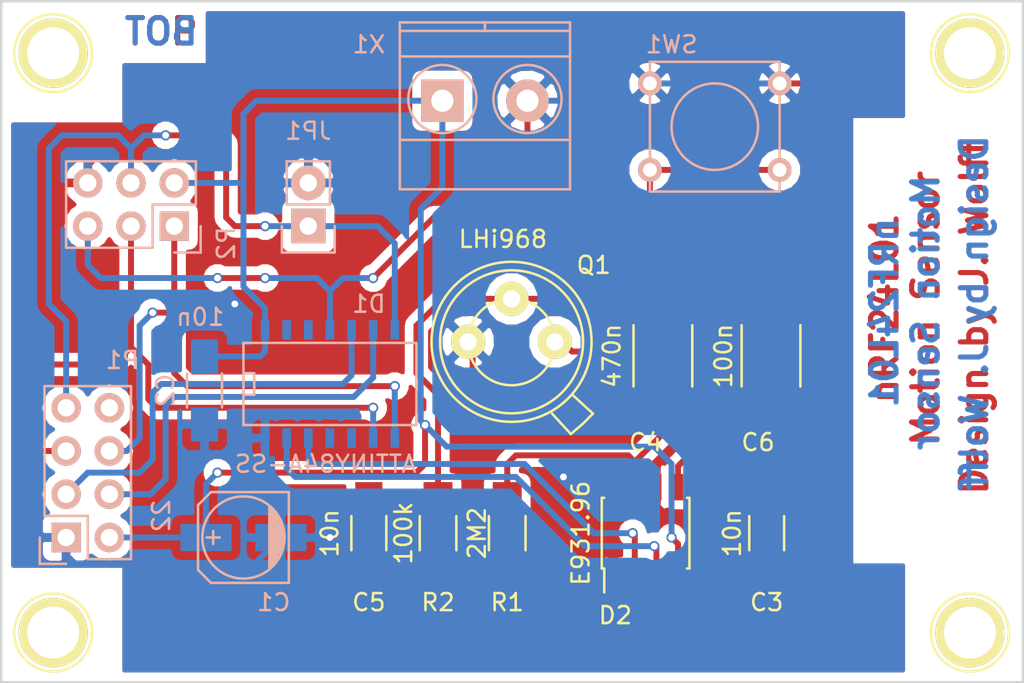
<source format=kicad_pcb>
(kicad_pcb (version 4) (host pcbnew 4.0.3+e1-6302~38~ubuntu16.04.1-stable)

  (general
    (links 45)
    (no_connects 0)
    (area 79.934999 79.035 140.092501 120.963)
    (thickness 1.6)
    (drawings 10)
    (tracks 227)
    (zones 0)
    (modules 20)
    (nets 19)
  )

  (page A4)
  (layers
    (0 F.Cu signal)
    (31 B.Cu signal)
    (32 B.Adhes user)
    (33 F.Adhes user)
    (34 B.Paste user)
    (35 F.Paste user)
    (36 B.SilkS user)
    (37 F.SilkS user)
    (38 B.Mask user)
    (39 F.Mask user)
    (40 Dwgs.User user)
    (41 Cmts.User user)
    (42 Eco1.User user)
    (43 Eco2.User user)
    (44 Edge.Cuts user)
    (45 Margin user)
    (46 B.CrtYd user)
    (47 F.CrtYd user)
    (48 B.Fab user)
    (49 F.Fab user)
  )

  (setup
    (last_trace_width 0.35)
    (user_trace_width 0.35)
    (user_trace_width 0.5)
    (trace_clearance 0.2)
    (zone_clearance 0.508)
    (zone_45_only yes)
    (trace_min 0.2)
    (segment_width 0.2)
    (edge_width 0.15)
    (via_size 0.6)
    (via_drill 0.4)
    (via_min_size 0.4)
    (via_min_drill 0.3)
    (uvia_size 0.3)
    (uvia_drill 0.1)
    (uvias_allowed no)
    (uvia_min_size 0.2)
    (uvia_min_drill 0.1)
    (pcb_text_width 0.3)
    (pcb_text_size 1.5 1.5)
    (mod_edge_width 0.15)
    (mod_text_size 1 1)
    (mod_text_width 0.15)
    (pad_size 1.524 1.524)
    (pad_drill 0.762)
    (pad_to_mask_clearance 0.2)
    (aux_axis_origin 80.01 80.01)
    (visible_elements FFFFFF7F)
    (pcbplotparams
      (layerselection 0x010f0_80000001)
      (usegerberextensions false)
      (excludeedgelayer true)
      (linewidth 0.100000)
      (plotframeref false)
      (viasonmask false)
      (mode 1)
      (useauxorigin false)
      (hpglpennumber 1)
      (hpglpenspeed 20)
      (hpglpendiameter 15)
      (hpglpenoverlay 2)
      (psnegative false)
      (psa4output false)
      (plotreference true)
      (plotvalue true)
      (plotinvisibletext false)
      (padsonsilk false)
      (subtractmaskfromsilk false)
      (outputformat 1)
      (mirror false)
      (drillshape 0)
      (scaleselection 1)
      (outputdirectory /home/joerg/Development/KiCad/mirf-motion/Gerber/))
  )

  (net 0 "")
  (net 1 +BATT)
  (net 2 GND)
  (net 3 "Net-(C4-Pad1)")
  (net 4 "Net-(C4-Pad2)")
  (net 5 "Net-(C6-Pad1)")
  (net 6 "Net-(D1-Pad2)")
  (net 7 "Net-(D1-Pad3)")
  (net 8 "Net-(D1-Pad4)")
  (net 9 "Net-(D1-Pad5)")
  (net 10 "Net-(D1-Pad6)")
  (net 11 "Net-(D1-Pad7)")
  (net 12 "Net-(D1-Pad8)")
  (net 13 "Net-(D1-Pad9)")
  (net 14 "Net-(D1-Pad10)")
  (net 15 "Net-(D1-Pad11)")
  (net 16 "Net-(D1-Pad12)")
  (net 17 "Net-(D1-Pad13)")
  (net 18 "Net-(P1-Pad8)")

  (net_class Default "This is the default net class."
    (clearance 0.2)
    (trace_width 0.25)
    (via_dia 0.6)
    (via_drill 0.4)
    (uvia_dia 0.3)
    (uvia_drill 0.1)
    (add_net +BATT)
    (add_net GND)
    (add_net "Net-(C4-Pad1)")
    (add_net "Net-(C4-Pad2)")
    (add_net "Net-(C6-Pad1)")
    (add_net "Net-(D1-Pad10)")
    (add_net "Net-(D1-Pad11)")
    (add_net "Net-(D1-Pad12)")
    (add_net "Net-(D1-Pad13)")
    (add_net "Net-(D1-Pad2)")
    (add_net "Net-(D1-Pad3)")
    (add_net "Net-(D1-Pad4)")
    (add_net "Net-(D1-Pad5)")
    (add_net "Net-(D1-Pad6)")
    (add_net "Net-(D1-Pad7)")
    (add_net "Net-(D1-Pad8)")
    (add_net "Net-(D1-Pad9)")
    (add_net "Net-(P1-Pad8)")
  )

  (module SMD_Packages:SOIC-14_N (layer B.Cu) (tedit 580E5C2A) (tstamp 580E1E9B)
    (at 99.314 102.616)
    (descr "Module CMS SOJ 14 pins Large")
    (tags "CMS SOJ")
    (path /578B6C2A)
    (attr smd)
    (fp_text reference D1 (at 2.286 -4.826) (layer B.SilkS)
      (effects (font (size 1 1) (thickness 0.15)) (justify mirror))
    )
    (fp_text value ATTINY84A-SS (at -0.254 4.572) (layer B.SilkS)
      (effects (font (size 1 1) (thickness 0.15)) (justify mirror))
    )
    (fp_line (start 5.08 2.286) (end 5.08 -2.54) (layer B.SilkS) (width 0.15))
    (fp_line (start 5.08 -2.54) (end -5.08 -2.54) (layer B.SilkS) (width 0.15))
    (fp_line (start -5.08 -2.54) (end -5.08 2.286) (layer B.SilkS) (width 0.15))
    (fp_line (start -5.08 2.286) (end 5.08 2.286) (layer B.SilkS) (width 0.15))
    (fp_line (start -5.08 0.508) (end -4.445 0.508) (layer B.SilkS) (width 0.15))
    (fp_line (start -4.445 0.508) (end -4.445 -0.762) (layer B.SilkS) (width 0.15))
    (fp_line (start -4.445 -0.762) (end -5.08 -0.762) (layer B.SilkS) (width 0.15))
    (pad 1 smd rect (at -3.81 -3.302) (size 0.508 1.143) (layers B.Cu B.Paste B.Mask)
      (net 1 +BATT))
    (pad 2 smd rect (at -2.54 -3.302) (size 0.508 1.143) (layers B.Cu B.Paste B.Mask)
      (net 6 "Net-(D1-Pad2)"))
    (pad 3 smd rect (at -1.27 -3.302) (size 0.508 1.143) (layers B.Cu B.Paste B.Mask)
      (net 7 "Net-(D1-Pad3)"))
    (pad 4 smd rect (at 0 -3.302) (size 0.508 1.143) (layers B.Cu B.Paste B.Mask)
      (net 8 "Net-(D1-Pad4)"))
    (pad 5 smd rect (at 1.27 -3.302) (size 0.508 1.143) (layers B.Cu B.Paste B.Mask)
      (net 9 "Net-(D1-Pad5)"))
    (pad 6 smd rect (at 2.54 -3.302) (size 0.508 1.143) (layers B.Cu B.Paste B.Mask)
      (net 10 "Net-(D1-Pad6)"))
    (pad 7 smd rect (at 3.81 -3.302) (size 0.508 1.143) (layers B.Cu B.Paste B.Mask)
      (net 11 "Net-(D1-Pad7)"))
    (pad 8 smd rect (at 3.81 3.048) (size 0.508 1.143) (layers B.Cu B.Paste B.Mask)
      (net 12 "Net-(D1-Pad8)"))
    (pad 9 smd rect (at 2.54 3.048) (size 0.508 1.143) (layers B.Cu B.Paste B.Mask)
      (net 13 "Net-(D1-Pad9)"))
    (pad 11 smd rect (at 0 3.048) (size 0.508 1.143) (layers B.Cu B.Paste B.Mask)
      (net 15 "Net-(D1-Pad11)"))
    (pad 12 smd rect (at -1.27 3.048) (size 0.508 1.143) (layers B.Cu B.Paste B.Mask)
      (net 16 "Net-(D1-Pad12)"))
    (pad 13 smd rect (at -2.54 3.048) (size 0.508 1.143) (layers B.Cu B.Paste B.Mask)
      (net 17 "Net-(D1-Pad13)"))
    (pad 14 smd rect (at -3.81 3.048) (size 0.508 1.143) (layers B.Cu B.Paste B.Mask)
      (net 2 GND))
    (pad 10 smd rect (at 1.27 3.048) (size 0.508 1.143) (layers B.Cu B.Paste B.Mask)
      (net 14 "Net-(D1-Pad10)"))
    (model SMD_Packages.3dshapes/SOIC-14_N.wrl
      (at (xyz 0 0 0))
      (scale (xyz 0.5 0.4 0.5))
      (rotate (xyz 0 0 0))
    )
  )

  (module TO_SOT_Packages_THT:TO-43_3Pin (layer F.Cu) (tedit 580E5CAA) (tstamp 580E1ECA)
    (at 109.982 100.0125)
    (descr "TO-43,  3Pin,")
    (tags "TO-43,  3Pin,")
    (path /580D1EAE)
    (fp_text reference Q1 (at 4.826 -4.5085) (layer F.SilkS)
      (effects (font (size 1 1) (thickness 0.15)))
    )
    (fp_text value LHi968 (at -0.508 -6.0325) (layer F.SilkS)
      (effects (font (size 1 1) (thickness 0.15)))
    )
    (fp_circle (center 0 0) (end 2.55 0) (layer F.SilkS) (width 0.15))
    (fp_line (start 4.1825 4.8175) (end 4.7825 4.2175) (layer F.SilkS) (width 0.15))
    (fp_line (start 4.7825 4.2175) (end 3.5825 3.1175) (layer F.SilkS) (width 0.15))
    (fp_line (start 4.1825 4.8175) (end 3.4825 5.4175) (layer F.SilkS) (width 0.15))
    (fp_line (start 3.4825 5.4175) (end 2.3825 4.2175) (layer F.SilkS) (width 0.15))
    (fp_circle (center 0 0) (end 4.2 0) (layer F.SilkS) (width 0.15))
    (fp_circle (center 0 0) (end 4.7 0) (layer F.SilkS) (width 0.15))
    (pad 1 thru_hole circle (at -2.55 0) (size 2 2) (drill 1) (layers *.Cu *.Mask F.SilkS)
      (net 2 GND))
    (pad 2 thru_hole circle (at 0 -2.525) (size 2 2) (drill 1) (layers *.Cu *.Mask F.SilkS)
      (net 3 "Net-(C4-Pad1)"))
    (pad 3 thru_hole circle (at 2.55 0) (size 2 2) (drill 1) (layers *.Cu *.Mask F.SilkS)
      (net 5 "Net-(C6-Pad1)"))
  )

  (module Capacitors_SMD:c_elec_5x4.5 (layer B.Cu) (tedit 580E5C34) (tstamp 580E1E6B)
    (at 94.234 111.506 180)
    (descr "SMT capacitor, aluminium electrolytic, 5x4.5")
    (path /578B6DC8)
    (attr smd)
    (fp_text reference C1 (at -1.778 -3.81 180) (layer B.SilkS)
      (effects (font (size 1 1) (thickness 0.15)) (justify mirror))
    )
    (fp_text value 22 (at 4.826 1.27 270) (layer B.SilkS)
      (effects (font (size 1 1) (thickness 0.15)) (justify mirror))
    )
    (fp_line (start -3.95 3) (end 3.95 3) (layer B.CrtYd) (width 0.05))
    (fp_line (start 3.95 3) (end 3.95 -3) (layer B.CrtYd) (width 0.05))
    (fp_line (start 3.95 -3) (end -3.95 -3) (layer B.CrtYd) (width 0.05))
    (fp_line (start -3.95 -3) (end -3.95 3) (layer B.CrtYd) (width 0.05))
    (fp_line (start -2.286 0.635) (end -2.286 -0.762) (layer B.SilkS) (width 0.15))
    (fp_line (start -2.159 0.889) (end -2.159 -0.889) (layer B.SilkS) (width 0.15))
    (fp_line (start -2.032 1.27) (end -2.032 -1.27) (layer B.SilkS) (width 0.15))
    (fp_line (start -1.905 -1.397) (end -1.905 1.397) (layer B.SilkS) (width 0.15))
    (fp_line (start -1.778 1.524) (end -1.778 -1.524) (layer B.SilkS) (width 0.15))
    (fp_line (start -1.651 -1.651) (end -1.651 1.651) (layer B.SilkS) (width 0.15))
    (fp_line (start -1.524 1.778) (end -1.524 -1.778) (layer B.SilkS) (width 0.15))
    (fp_line (start -2.667 2.667) (end 1.905 2.667) (layer B.SilkS) (width 0.15))
    (fp_line (start 1.905 2.667) (end 2.667 1.905) (layer B.SilkS) (width 0.15))
    (fp_line (start 2.667 1.905) (end 2.667 -1.905) (layer B.SilkS) (width 0.15))
    (fp_line (start 2.667 -1.905) (end 1.905 -2.667) (layer B.SilkS) (width 0.15))
    (fp_line (start 1.905 -2.667) (end -2.667 -2.667) (layer B.SilkS) (width 0.15))
    (fp_line (start -2.667 -2.667) (end -2.667 2.667) (layer B.SilkS) (width 0.15))
    (fp_line (start 2.159 0) (end 1.397 0) (layer B.SilkS) (width 0.15))
    (fp_line (start 1.778 0.381) (end 1.778 -0.381) (layer B.SilkS) (width 0.15))
    (fp_circle (center 0 0) (end -2.413 0) (layer B.SilkS) (width 0.15))
    (pad 1 smd rect (at 2.19964 0 180) (size 2.99974 1.6002) (layers B.Cu B.Paste B.Mask)
      (net 1 +BATT))
    (pad 2 smd rect (at -2.19964 0 180) (size 2.99974 1.6002) (layers B.Cu B.Paste B.Mask)
      (net 2 GND))
    (model Capacitors_SMD.3dshapes/c_elec_5x4.5.wrl
      (at (xyz 0 0 0))
      (scale (xyz 1 1 1))
      (rotate (xyz 0 0 0))
    )
  )

  (module Capacitors_SMD:C_1206_HandSoldering (layer B.Cu) (tedit 580E5C12) (tstamp 580E1E71)
    (at 91.948 102.87 270)
    (descr "Capacitor SMD 1206, hand soldering")
    (tags "capacitor 1206")
    (path /578B6DD7)
    (attr smd)
    (fp_text reference C2 (at 0 2.3 270) (layer B.SilkS)
      (effects (font (size 1 1) (thickness 0.15)) (justify mirror))
    )
    (fp_text value 10n (at -4.318 0.254 360) (layer B.SilkS)
      (effects (font (size 1 1) (thickness 0.15)) (justify mirror))
    )
    (fp_line (start -3.3 1.15) (end 3.3 1.15) (layer B.CrtYd) (width 0.05))
    (fp_line (start -3.3 -1.15) (end 3.3 -1.15) (layer B.CrtYd) (width 0.05))
    (fp_line (start -3.3 1.15) (end -3.3 -1.15) (layer B.CrtYd) (width 0.05))
    (fp_line (start 3.3 1.15) (end 3.3 -1.15) (layer B.CrtYd) (width 0.05))
    (fp_line (start 1 1.025) (end -1 1.025) (layer B.SilkS) (width 0.15))
    (fp_line (start -1 -1.025) (end 1 -1.025) (layer B.SilkS) (width 0.15))
    (pad 1 smd rect (at -2 0 270) (size 2 1.6) (layers B.Cu B.Paste B.Mask)
      (net 1 +BATT))
    (pad 2 smd rect (at 2 0 270) (size 2 1.6) (layers B.Cu B.Paste B.Mask)
      (net 2 GND))
    (model Capacitors_SMD.3dshapes/C_1206_HandSoldering.wrl
      (at (xyz 0 0 0))
      (scale (xyz 1 1 1))
      (rotate (xyz 0 0 0))
    )
  )

  (module Capacitors_SMD:C_1206_HandSoldering (layer F.Cu) (tedit 580E5C95) (tstamp 580E1E77)
    (at 124.968 111.252 90)
    (descr "Capacitor SMD 1206, hand soldering")
    (tags "capacitor 1206")
    (path /580D22C5)
    (attr smd)
    (fp_text reference C3 (at -4.064 0 180) (layer F.SilkS)
      (effects (font (size 1 1) (thickness 0.15)))
    )
    (fp_text value 10n (at 0 -2.032 90) (layer F.SilkS)
      (effects (font (size 1 1) (thickness 0.15)))
    )
    (fp_line (start -3.3 -1.15) (end 3.3 -1.15) (layer F.CrtYd) (width 0.05))
    (fp_line (start -3.3 1.15) (end 3.3 1.15) (layer F.CrtYd) (width 0.05))
    (fp_line (start -3.3 -1.15) (end -3.3 1.15) (layer F.CrtYd) (width 0.05))
    (fp_line (start 3.3 -1.15) (end 3.3 1.15) (layer F.CrtYd) (width 0.05))
    (fp_line (start 1 -1.025) (end -1 -1.025) (layer F.SilkS) (width 0.15))
    (fp_line (start -1 1.025) (end 1 1.025) (layer F.SilkS) (width 0.15))
    (pad 1 smd rect (at -2 0 90) (size 2 1.6) (layers F.Cu F.Paste F.Mask)
      (net 1 +BATT))
    (pad 2 smd rect (at 2 0 90) (size 2 1.6) (layers F.Cu F.Paste F.Mask)
      (net 2 GND))
    (model Capacitors_SMD.3dshapes/C_1206_HandSoldering.wrl
      (at (xyz 0 0 0))
      (scale (xyz 1 1 1))
      (rotate (xyz 0 0 0))
    )
  )

  (module Capacitors_SMD:C_1206_HandSoldering (layer F.Cu) (tedit 580E5C8D) (tstamp 580E1E83)
    (at 101.6 111.252 270)
    (descr "Capacitor SMD 1206, hand soldering")
    (tags "capacitor 1206")
    (path /580D25F0)
    (attr smd)
    (fp_text reference C5 (at 4.064 0 360) (layer F.SilkS)
      (effects (font (size 1 1) (thickness 0.15)))
    )
    (fp_text value 10n (at 0 2.3 270) (layer F.SilkS)
      (effects (font (size 1 1) (thickness 0.15)))
    )
    (fp_line (start -3.3 -1.15) (end 3.3 -1.15) (layer F.CrtYd) (width 0.05))
    (fp_line (start -3.3 1.15) (end 3.3 1.15) (layer F.CrtYd) (width 0.05))
    (fp_line (start -3.3 -1.15) (end -3.3 1.15) (layer F.CrtYd) (width 0.05))
    (fp_line (start 3.3 -1.15) (end 3.3 1.15) (layer F.CrtYd) (width 0.05))
    (fp_line (start 1 -1.025) (end -1 -1.025) (layer F.SilkS) (width 0.15))
    (fp_line (start -1 1.025) (end 1 1.025) (layer F.SilkS) (width 0.15))
    (pad 1 smd rect (at -2 0 270) (size 2 1.6) (layers F.Cu F.Paste F.Mask)
      (net 3 "Net-(C4-Pad1)"))
    (pad 2 smd rect (at 2 0 270) (size 2 1.6) (layers F.Cu F.Paste F.Mask)
      (net 2 GND))
    (model Capacitors_SMD.3dshapes/C_1206_HandSoldering.wrl
      (at (xyz 0 0 0))
      (scale (xyz 1 1 1))
      (rotate (xyz 0 0 0))
    )
  )

  (module Housings_SOIC:SOIC-8_3.9x4.9mm_Pitch1.27mm (layer F.Cu) (tedit 580E5C9C) (tstamp 580E1EA7)
    (at 117.856 111.252 90)
    (descr "8-Lead Plastic Small Outline (SN) - Narrow, 3.90 mm Body [SOIC] (see Microchip Packaging Specification 00000049BS.pdf)")
    (tags "SOIC 1.27")
    (path /580D11CD)
    (attr smd)
    (fp_text reference D2 (at -4.826 -1.778 180) (layer F.SilkS)
      (effects (font (size 1 1) (thickness 0.15)))
    )
    (fp_text value E931.96 (at 0 -3.81 90) (layer F.SilkS)
      (effects (font (size 1 1) (thickness 0.15)))
    )
    (fp_line (start -3.75 -2.75) (end -3.75 2.75) (layer F.CrtYd) (width 0.05))
    (fp_line (start 3.75 -2.75) (end 3.75 2.75) (layer F.CrtYd) (width 0.05))
    (fp_line (start -3.75 -2.75) (end 3.75 -2.75) (layer F.CrtYd) (width 0.05))
    (fp_line (start -3.75 2.75) (end 3.75 2.75) (layer F.CrtYd) (width 0.05))
    (fp_line (start -2.075 -2.575) (end -2.075 -2.43) (layer F.SilkS) (width 0.15))
    (fp_line (start 2.075 -2.575) (end 2.075 -2.43) (layer F.SilkS) (width 0.15))
    (fp_line (start 2.075 2.575) (end 2.075 2.43) (layer F.SilkS) (width 0.15))
    (fp_line (start -2.075 2.575) (end -2.075 2.43) (layer F.SilkS) (width 0.15))
    (fp_line (start -2.075 -2.575) (end 2.075 -2.575) (layer F.SilkS) (width 0.15))
    (fp_line (start -2.075 2.575) (end 2.075 2.575) (layer F.SilkS) (width 0.15))
    (fp_line (start -2.075 -2.43) (end -3.475 -2.43) (layer F.SilkS) (width 0.15))
    (pad 1 smd rect (at -2.7 -1.905 90) (size 1.55 0.6) (layers F.Cu F.Paste F.Mask)
      (net 2 GND))
    (pad 2 smd rect (at -2.7 -0.635 90) (size 1.55 0.6) (layers F.Cu F.Paste F.Mask)
      (net 16 "Net-(D1-Pad12)"))
    (pad 3 smd rect (at -2.7 0.635 90) (size 1.55 0.6) (layers F.Cu F.Paste F.Mask)
      (net 17 "Net-(D1-Pad13)"))
    (pad 4 smd rect (at -2.7 1.905 90) (size 1.55 0.6) (layers F.Cu F.Paste F.Mask)
      (net 1 +BATT))
    (pad 5 smd rect (at 2.7 1.905 90) (size 1.55 0.6) (layers F.Cu F.Paste F.Mask)
      (net 5 "Net-(C6-Pad1)"))
    (pad 6 smd rect (at 2.7 0.635 90) (size 1.55 0.6) (layers F.Cu F.Paste F.Mask)
      (net 2 GND))
    (pad 7 smd rect (at 2.7 -0.635 90) (size 1.55 0.6) (layers F.Cu F.Paste F.Mask)
      (net 4 "Net-(C4-Pad2)"))
    (pad 8 smd rect (at 2.7 -1.905 90) (size 1.55 0.6) (layers F.Cu F.Paste F.Mask)
      (net 2 GND))
    (model Housings_SOIC.3dshapes/SOIC-8_3.9x4.9mm_Pitch1.27mm.wrl
      (at (xyz 0 0 0))
      (scale (xyz 1 1 1))
      (rotate (xyz 0 0 0))
    )
  )

  (module Pin_Headers:Pin_Header_Straight_1x02 (layer B.Cu) (tedit 580E5B9F) (tstamp 580E1EAD)
    (at 98.044 93.218)
    (descr "Through hole pin header")
    (tags "pin header")
    (path /580DEF5E)
    (fp_text reference JP1 (at 0 -5.588) (layer B.SilkS)
      (effects (font (size 1 1) (thickness 0.15)) (justify mirror))
    )
    (fp_text value Jumper_NO_Small (at 0 3.1) (layer B.Fab) hide
      (effects (font (size 1 1) (thickness 0.15)) (justify mirror))
    )
    (fp_line (start 1.27 -1.27) (end 1.27 -3.81) (layer B.SilkS) (width 0.15))
    (fp_line (start 1.55 1.55) (end 1.55 0) (layer B.SilkS) (width 0.15))
    (fp_line (start -1.75 1.75) (end -1.75 -4.3) (layer B.CrtYd) (width 0.05))
    (fp_line (start 1.75 1.75) (end 1.75 -4.3) (layer B.CrtYd) (width 0.05))
    (fp_line (start -1.75 1.75) (end 1.75 1.75) (layer B.CrtYd) (width 0.05))
    (fp_line (start -1.75 -4.3) (end 1.75 -4.3) (layer B.CrtYd) (width 0.05))
    (fp_line (start 1.27 -1.27) (end -1.27 -1.27) (layer B.SilkS) (width 0.15))
    (fp_line (start -1.55 0) (end -1.55 1.55) (layer B.SilkS) (width 0.15))
    (fp_line (start -1.55 1.55) (end 1.55 1.55) (layer B.SilkS) (width 0.15))
    (fp_line (start -1.27 -1.27) (end -1.27 -3.81) (layer B.SilkS) (width 0.15))
    (fp_line (start -1.27 -3.81) (end 1.27 -3.81) (layer B.SilkS) (width 0.15))
    (pad 1 thru_hole rect (at 0 0) (size 2.032 2.032) (drill 1.016) (layers *.Cu *.Mask B.SilkS)
      (net 11 "Net-(D1-Pad7)"))
    (pad 2 thru_hole oval (at 0 -2.54) (size 2.032 2.032) (drill 1.016) (layers *.Cu *.Mask B.SilkS)
      (net 2 GND))
    (model Pin_Headers.3dshapes/Pin_Header_Straight_1x02.wrl
      (at (xyz 0 -0.05 0))
      (scale (xyz 1 1 1))
      (rotate (xyz 0 0 90))
    )
  )

  (module Pin_Headers:Pin_Header_Straight_2x04 (layer B.Cu) (tedit 580E38C5) (tstamp 580E1EB9)
    (at 83.82 111.506)
    (descr "Through hole pin header")
    (tags "pin header")
    (path /578B6C99)
    (fp_text reference P1 (at 3.302 -10.414) (layer B.SilkS)
      (effects (font (size 1 1) (thickness 0.15)) (justify mirror))
    )
    (fp_text value 4X2 (at 0 3.1) (layer B.Fab) hide
      (effects (font (size 1 1) (thickness 0.15)) (justify mirror))
    )
    (fp_line (start -1.75 1.75) (end -1.75 -9.4) (layer B.CrtYd) (width 0.05))
    (fp_line (start 4.3 1.75) (end 4.3 -9.4) (layer B.CrtYd) (width 0.05))
    (fp_line (start -1.75 1.75) (end 4.3 1.75) (layer B.CrtYd) (width 0.05))
    (fp_line (start -1.75 -9.4) (end 4.3 -9.4) (layer B.CrtYd) (width 0.05))
    (fp_line (start -1.27 -1.27) (end -1.27 -8.89) (layer B.SilkS) (width 0.15))
    (fp_line (start -1.27 -8.89) (end 3.81 -8.89) (layer B.SilkS) (width 0.15))
    (fp_line (start 3.81 -8.89) (end 3.81 1.27) (layer B.SilkS) (width 0.15))
    (fp_line (start 3.81 1.27) (end 1.27 1.27) (layer B.SilkS) (width 0.15))
    (fp_line (start 0 1.55) (end -1.55 1.55) (layer B.SilkS) (width 0.15))
    (fp_line (start 1.27 1.27) (end 1.27 -1.27) (layer B.SilkS) (width 0.15))
    (fp_line (start 1.27 -1.27) (end -1.27 -1.27) (layer B.SilkS) (width 0.15))
    (fp_line (start -1.55 1.55) (end -1.55 0) (layer B.SilkS) (width 0.15))
    (pad 1 thru_hole rect (at 0 0) (size 1.7272 1.7272) (drill 1.016) (layers *.Cu *.Mask B.SilkS)
      (net 2 GND))
    (pad 2 thru_hole oval (at 2.54 0) (size 1.7272 1.7272) (drill 1.016) (layers *.Cu *.Mask B.SilkS)
      (net 1 +BATT))
    (pad 3 thru_hole oval (at 0 -2.54) (size 1.7272 1.7272) (drill 1.016) (layers *.Cu *.Mask B.SilkS)
      (net 9 "Net-(D1-Pad5)"))
    (pad 4 thru_hole oval (at 2.54 -2.54) (size 1.7272 1.7272) (drill 1.016) (layers *.Cu *.Mask B.SilkS)
      (net 10 "Net-(D1-Pad6)"))
    (pad 5 thru_hole oval (at 0 -5.08) (size 1.7272 1.7272) (drill 1.016) (layers *.Cu *.Mask B.SilkS)
      (net 13 "Net-(D1-Pad9)"))
    (pad 6 thru_hole oval (at 2.54 -5.08) (size 1.7272 1.7272) (drill 1.016) (layers *.Cu *.Mask B.SilkS)
      (net 12 "Net-(D1-Pad8)"))
    (pad 7 thru_hole oval (at 0 -7.62) (size 1.7272 1.7272) (drill 1.016) (layers *.Cu *.Mask B.SilkS)
      (net 11 "Net-(D1-Pad7)"))
    (pad 8 thru_hole oval (at 2.54 -7.62) (size 1.7272 1.7272) (drill 1.016) (layers *.Cu *.Mask B.SilkS)
      (net 18 "Net-(P1-Pad8)"))
    (model Pin_Headers.3dshapes/Pin_Header_Straight_2x04.wrl
      (at (xyz 0.05 -0.15 0))
      (scale (xyz 1 1 1))
      (rotate (xyz 0 0 90))
    )
  )

  (module Pin_Headers:Pin_Header_Straight_2x03 (layer B.Cu) (tedit 580E38BA) (tstamp 580E1EC3)
    (at 90.17 93.218 90)
    (descr "Through hole pin header")
    (tags "pin header")
    (path /578B6CB7)
    (fp_text reference P2 (at -1.016 3.048 90) (layer B.SilkS)
      (effects (font (size 1 1) (thickness 0.15)) (justify mirror))
    )
    (fp_text value 3X2 (at 0 3.1 90) (layer B.Fab) hide
      (effects (font (size 1 1) (thickness 0.15)) (justify mirror))
    )
    (fp_line (start -1.27 -1.27) (end -1.27 -6.35) (layer B.SilkS) (width 0.15))
    (fp_line (start -1.55 1.55) (end 0 1.55) (layer B.SilkS) (width 0.15))
    (fp_line (start -1.75 1.75) (end -1.75 -6.85) (layer B.CrtYd) (width 0.05))
    (fp_line (start 4.3 1.75) (end 4.3 -6.85) (layer B.CrtYd) (width 0.05))
    (fp_line (start -1.75 1.75) (end 4.3 1.75) (layer B.CrtYd) (width 0.05))
    (fp_line (start -1.75 -6.85) (end 4.3 -6.85) (layer B.CrtYd) (width 0.05))
    (fp_line (start 1.27 1.27) (end 1.27 -1.27) (layer B.SilkS) (width 0.15))
    (fp_line (start 1.27 -1.27) (end -1.27 -1.27) (layer B.SilkS) (width 0.15))
    (fp_line (start -1.27 -6.35) (end 3.81 -6.35) (layer B.SilkS) (width 0.15))
    (fp_line (start 3.81 -6.35) (end 3.81 -1.27) (layer B.SilkS) (width 0.15))
    (fp_line (start -1.55 1.55) (end -1.55 0) (layer B.SilkS) (width 0.15))
    (fp_line (start 3.81 1.27) (end 1.27 1.27) (layer B.SilkS) (width 0.15))
    (fp_line (start 3.81 -1.27) (end 3.81 1.27) (layer B.SilkS) (width 0.15))
    (pad 1 thru_hole rect (at 0 0 90) (size 1.7272 1.7272) (drill 1.016) (layers *.Cu *.Mask B.SilkS)
      (net 12 "Net-(D1-Pad8)"))
    (pad 2 thru_hole oval (at 2.54 0 90) (size 1.7272 1.7272) (drill 1.016) (layers *.Cu *.Mask B.SilkS)
      (net 1 +BATT))
    (pad 3 thru_hole oval (at 0 -2.54 90) (size 1.7272 1.7272) (drill 1.016) (layers *.Cu *.Mask B.SilkS)
      (net 13 "Net-(D1-Pad9)"))
    (pad 4 thru_hole oval (at 2.54 -2.54 90) (size 1.7272 1.7272) (drill 1.016) (layers *.Cu *.Mask B.SilkS)
      (net 11 "Net-(D1-Pad7)"))
    (pad 5 thru_hole oval (at 0 -5.08 90) (size 1.7272 1.7272) (drill 1.016) (layers *.Cu *.Mask B.SilkS)
      (net 8 "Net-(D1-Pad4)"))
    (pad 6 thru_hole oval (at 2.54 -5.08 90) (size 1.7272 1.7272) (drill 1.016) (layers *.Cu *.Mask B.SilkS)
      (net 2 GND))
    (model Pin_Headers.3dshapes/Pin_Header_Straight_2x03.wrl
      (at (xyz 0.05 -0.1 0))
      (scale (xyz 1 1 1))
      (rotate (xyz 0 0 90))
    )
  )

  (module Resistors_SMD:R_1206_HandSoldering (layer F.Cu) (tedit 580E5C7E) (tstamp 580E1ED0)
    (at 109.728 111.252 90)
    (descr "Resistor SMD 1206, hand soldering")
    (tags "resistor 1206")
    (path /578B6CCB)
    (attr smd)
    (fp_text reference R1 (at -4.064 0 180) (layer F.SilkS)
      (effects (font (size 1 1) (thickness 0.15)))
    )
    (fp_text value 2M2 (at 0 -1.778 90) (layer F.SilkS)
      (effects (font (size 1 1) (thickness 0.15)))
    )
    (fp_line (start -3.3 -1.2) (end 3.3 -1.2) (layer F.CrtYd) (width 0.05))
    (fp_line (start -3.3 1.2) (end 3.3 1.2) (layer F.CrtYd) (width 0.05))
    (fp_line (start -3.3 -1.2) (end -3.3 1.2) (layer F.CrtYd) (width 0.05))
    (fp_line (start 3.3 -1.2) (end 3.3 1.2) (layer F.CrtYd) (width 0.05))
    (fp_line (start 1 1.075) (end -1 1.075) (layer F.SilkS) (width 0.15))
    (fp_line (start -1 -1.075) (end 1 -1.075) (layer F.SilkS) (width 0.15))
    (pad 1 smd rect (at -2 0 90) (size 2 1.7) (layers F.Cu F.Paste F.Mask)
      (net 2 GND))
    (pad 2 smd rect (at 2 0 90) (size 2 1.7) (layers F.Cu F.Paste F.Mask)
      (net 4 "Net-(C4-Pad2)"))
    (model Resistors_SMD.3dshapes/R_1206_HandSoldering.wrl
      (at (xyz 0 0 0))
      (scale (xyz 1 1 1))
      (rotate (xyz 0 0 0))
    )
  )

  (module Resistors_SMD:R_1206_HandSoldering (layer F.Cu) (tedit 580E5C85) (tstamp 580E1ED6)
    (at 105.664 111.252 90)
    (descr "Resistor SMD 1206, hand soldering")
    (tags "resistor 1206")
    (path /580D2588)
    (attr smd)
    (fp_text reference R2 (at -4.064 0 180) (layer F.SilkS)
      (effects (font (size 1 1) (thickness 0.15)))
    )
    (fp_text value 100k (at 0 -2.032 90) (layer F.SilkS)
      (effects (font (size 1 1) (thickness 0.15)))
    )
    (fp_line (start -3.3 -1.2) (end 3.3 -1.2) (layer F.CrtYd) (width 0.05))
    (fp_line (start -3.3 1.2) (end 3.3 1.2) (layer F.CrtYd) (width 0.05))
    (fp_line (start -3.3 -1.2) (end -3.3 1.2) (layer F.CrtYd) (width 0.05))
    (fp_line (start 3.3 -1.2) (end 3.3 1.2) (layer F.CrtYd) (width 0.05))
    (fp_line (start 1 1.075) (end -1 1.075) (layer F.SilkS) (width 0.15))
    (fp_line (start -1 -1.075) (end 1 -1.075) (layer F.SilkS) (width 0.15))
    (pad 1 smd rect (at -2 0 90) (size 2 1.7) (layers F.Cu F.Paste F.Mask)
      (net 2 GND))
    (pad 2 smd rect (at 2 0 90) (size 2 1.7) (layers F.Cu F.Paste F.Mask)
      (net 3 "Net-(C4-Pad1)"))
    (model Resistors_SMD.3dshapes/R_1206_HandSoldering.wrl
      (at (xyz 0 0 0))
      (scale (xyz 1 1 1))
      (rotate (xyz 0 0 0))
    )
  )

  (module Buttons_Switches_ThroughHole:SW_PUSH_SMALL (layer B.Cu) (tedit 580E385D) (tstamp 580E1EDE)
    (at 121.92 87.376)
    (path /580DE88A)
    (fp_text reference SW1 (at -2.54 -4.826) (layer B.SilkS)
      (effects (font (size 1 1) (thickness 0.15)) (justify mirror))
    )
    (fp_text value SW_PUSH (at 0 -1.016) (layer B.Fab) hide
      (effects (font (size 1 1) (thickness 0.15)) (justify mirror))
    )
    (fp_circle (center 0 0) (end 0 2.54) (layer B.SilkS) (width 0.15))
    (fp_line (start -3.81 3.81) (end 3.81 3.81) (layer B.SilkS) (width 0.15))
    (fp_line (start 3.81 3.81) (end 3.81 -3.81) (layer B.SilkS) (width 0.15))
    (fp_line (start 3.81 -3.81) (end -3.81 -3.81) (layer B.SilkS) (width 0.15))
    (fp_line (start -3.81 3.81) (end -3.81 -3.81) (layer B.SilkS) (width 0.15))
    (pad 1 thru_hole circle (at 3.81 2.54) (size 1.397 1.397) (drill 0.8128) (layers *.Cu *.Mask B.SilkS)
      (net 8 "Net-(D1-Pad4)"))
    (pad 2 thru_hole circle (at 3.81 -2.54) (size 1.397 1.397) (drill 0.8128) (layers *.Cu *.Mask B.SilkS)
      (net 2 GND))
    (pad 1 thru_hole circle (at -3.81 2.54) (size 1.397 1.397) (drill 0.8128) (layers *.Cu *.Mask B.SilkS)
      (net 8 "Net-(D1-Pad4)"))
    (pad 2 thru_hole circle (at -3.81 -2.54) (size 1.397 1.397) (drill 0.8128) (layers *.Cu *.Mask B.SilkS)
      (net 2 GND))
  )

  (module Terminal_Blocks:TerminalBlock_Pheonix_MKDS1.5-2pol (layer B.Cu) (tedit 580E38A1) (tstamp 580E1EE4)
    (at 105.918 85.852)
    (descr "2-way 5mm pitch terminal block, Phoenix MKDS series")
    (path /580D5741)
    (fp_text reference X1 (at -4.318 -3.302) (layer B.SilkS)
      (effects (font (size 1 1) (thickness 0.15)) (justify mirror))
    )
    (fp_text value Term-2p (at 2.5 6.6) (layer B.Fab) hide
      (effects (font (size 1 1) (thickness 0.15)) (justify mirror))
    )
    (fp_line (start -2.7 5.4) (end 7.7 5.4) (layer B.CrtYd) (width 0.05))
    (fp_line (start -2.7 -4.8) (end -2.7 5.4) (layer B.CrtYd) (width 0.05))
    (fp_line (start 7.7 -4.8) (end -2.7 -4.8) (layer B.CrtYd) (width 0.05))
    (fp_line (start 7.7 5.4) (end 7.7 -4.8) (layer B.CrtYd) (width 0.05))
    (fp_line (start 2.5 -4.1) (end 2.5 -4.6) (layer B.SilkS) (width 0.15))
    (fp_circle (center 5 -0.1) (end 3 -0.1) (layer B.SilkS) (width 0.15))
    (fp_circle (center 0 -0.1) (end 2 -0.1) (layer B.SilkS) (width 0.15))
    (fp_line (start -2.5 -2.6) (end 7.5 -2.6) (layer B.SilkS) (width 0.15))
    (fp_line (start -2.5 2.3) (end 7.5 2.3) (layer B.SilkS) (width 0.15))
    (fp_line (start -2.5 -4.1) (end 7.5 -4.1) (layer B.SilkS) (width 0.15))
    (fp_line (start -2.5 -4.6) (end 7.5 -4.6) (layer B.SilkS) (width 0.15))
    (fp_line (start 7.5 -4.6) (end 7.5 5.2) (layer B.SilkS) (width 0.15))
    (fp_line (start 7.5 5.2) (end -2.5 5.2) (layer B.SilkS) (width 0.15))
    (fp_line (start -2.5 5.2) (end -2.5 -4.6) (layer B.SilkS) (width 0.15))
    (pad 1 thru_hole rect (at 0 0) (size 2.5 2.5) (drill 1.3) (layers *.Cu *.Mask B.SilkS)
      (net 1 +BATT))
    (pad 2 thru_hole circle (at 5 0) (size 2.5 2.5) (drill 1.3) (layers *.Cu *.Mask B.SilkS)
      (net 2 GND))
    (model Terminal_Blocks.3dshapes/TerminalBlock_Pheonix_MKDS1.5-2pol.wrl
      (at (xyz 0.0984 0 0))
      (scale (xyz 1 1 1))
      (rotate (xyz 0 0 0))
    )
  )

  (module Connect:1pin (layer F.Cu) (tedit 580E3824) (tstamp 580E3684)
    (at 83.058 83.058)
    (descr "module 1 pin (ou trou mecanique de percage)")
    (tags DEV)
    (fp_text reference REF** (at 0 -3.048) (layer F.SilkS) hide
      (effects (font (size 1 1) (thickness 0.15)))
    )
    (fp_text value 1pin (at 0 2.794) (layer F.Fab) hide
      (effects (font (size 1 1) (thickness 0.15)))
    )
    (fp_circle (center 0 0) (end 0 -2.286) (layer F.SilkS) (width 0.15))
    (pad 1 thru_hole circle (at 0 0) (size 4.064 4.064) (drill 3.048) (layers *.Cu *.Mask F.SilkS))
  )

  (module Connect:1pin (layer F.Cu) (tedit 580E3805) (tstamp 580E374D)
    (at 83.058 117.094)
    (descr "module 1 pin (ou trou mecanique de percage)")
    (tags DEV)
    (fp_text reference REF** (at 0 -3.048) (layer F.SilkS) hide
      (effects (font (size 1 1) (thickness 0.15)))
    )
    (fp_text value 1pin (at 0 2.794) (layer F.Fab) hide
      (effects (font (size 1 1) (thickness 0.15)))
    )
    (fp_circle (center 0 0) (end 0 -2.286) (layer F.SilkS) (width 0.15))
    (pad 1 thru_hole circle (at 0 0) (size 4.064 4.064) (drill 3.048) (layers *.Cu *.Mask F.SilkS))
  )

  (module Connect:1pin (layer F.Cu) (tedit 580E3837) (tstamp 580E37A1)
    (at 136.906 83.058)
    (descr "module 1 pin (ou trou mecanique de percage)")
    (tags DEV)
    (fp_text reference REF** (at 0 -3.048) (layer F.SilkS) hide
      (effects (font (size 1 1) (thickness 0.15)))
    )
    (fp_text value 1pin (at 0 2.794) (layer F.Fab) hide
      (effects (font (size 1 1) (thickness 0.15)))
    )
    (fp_circle (center 0 0) (end 0 -2.286) (layer F.SilkS) (width 0.15))
    (pad 1 thru_hole circle (at 0 0) (size 4.064 4.064) (drill 3.048) (layers *.Cu *.Mask F.SilkS))
  )

  (module Connect:1pin (layer F.Cu) (tedit 580E37F3) (tstamp 580E37BE)
    (at 136.906 117.094)
    (descr "module 1 pin (ou trou mecanique de percage)")
    (tags DEV)
    (fp_text reference REF** (at 0 -3.048) (layer F.SilkS) hide
      (effects (font (size 1 1) (thickness 0.15)))
    )
    (fp_text value 1pin (at 0 2.794) (layer F.Fab) hide
      (effects (font (size 1 1) (thickness 0.15)))
    )
    (fp_circle (center 0 0) (end 0 -2.286) (layer F.SilkS) (width 0.15))
    (pad 1 thru_hole circle (at 0 0) (size 4.064 4.064) (drill 3.048) (layers *.Cu *.Mask F.SilkS))
  )

  (module Capacitors_SMD:C_4.6_4.0_HandSoldering (layer F.Cu) (tedit 580E5CB1) (tstamp 580E1E7D)
    (at 118.872 100.838 270)
    (descr "Capacitor SMD 1812, hand soldering")
    (tags "capacitor 1812")
    (path /580D241B)
    (attr smd)
    (fp_text reference C4 (at 5.08 1.016 360) (layer F.SilkS)
      (effects (font (size 1 1) (thickness 0.15)))
    )
    (fp_text value 470n (at 0 3 270) (layer F.SilkS)
      (effects (font (size 1 1) (thickness 0.15)))
    )
    (fp_line (start -4.3 -1.85) (end 4.3 -1.85) (layer F.CrtYd) (width 0.05))
    (fp_line (start -4.3 1.85) (end 4.3 1.85) (layer F.CrtYd) (width 0.05))
    (fp_line (start -4.3 -1.85) (end -4.3 1.85) (layer F.CrtYd) (width 0.05))
    (fp_line (start 4.3 -1.85) (end 4.3 1.85) (layer F.CrtYd) (width 0.05))
    (fp_line (start 1.8 -1.725) (end -1.8 -1.725) (layer F.SilkS) (width 0.15))
    (fp_line (start -1.8 1.725) (end 1.8 1.725) (layer F.SilkS) (width 0.15))
    (pad 1 smd rect (at -2.9 0 270) (size 2.2 4.2) (layers F.Cu F.Paste F.Mask)
      (net 3 "Net-(C4-Pad1)"))
    (pad 2 smd rect (at 2.9 0 270) (size 2.2 4.2) (layers F.Cu F.Paste F.Mask)
      (net 4 "Net-(C4-Pad2)"))
    (model Capacitors_SMD.3dshapes/C_1812_HandSoldering.wrl
      (at (xyz 0 0 0))
      (scale (xyz 1 1 1))
      (rotate (xyz 0 0 0))
    )
  )

  (module Capacitors_SMD:C_1812_HandSoldering (layer F.Cu) (tedit 580E5CB7) (tstamp 580E1E89)
    (at 125.222 100.838 90)
    (descr "Capacitor SMD 1812, hand soldering")
    (tags "capacitor 1812")
    (path /580D2D9B)
    (attr smd)
    (fp_text reference C6 (at -5.08 -0.762 180) (layer F.SilkS)
      (effects (font (size 1 1) (thickness 0.15)))
    )
    (fp_text value 100n (at 0 -2.794 90) (layer F.SilkS)
      (effects (font (size 1 1) (thickness 0.15)))
    )
    (fp_line (start -4.3 -1.85) (end 4.3 -1.85) (layer F.CrtYd) (width 0.05))
    (fp_line (start -4.3 1.85) (end 4.3 1.85) (layer F.CrtYd) (width 0.05))
    (fp_line (start -4.3 -1.85) (end -4.3 1.85) (layer F.CrtYd) (width 0.05))
    (fp_line (start 4.3 -1.85) (end 4.3 1.85) (layer F.CrtYd) (width 0.05))
    (fp_line (start 1.8 -1.725) (end -1.8 -1.725) (layer F.SilkS) (width 0.15))
    (fp_line (start -1.8 1.725) (end 1.8 1.725) (layer F.SilkS) (width 0.15))
    (pad 1 smd rect (at -2.9 0 90) (size 2.2 3) (layers F.Cu F.Paste F.Mask)
      (net 5 "Net-(C6-Pad1)"))
    (pad 2 smd rect (at 2.9 0 90) (size 2.2 3) (layers F.Cu F.Paste F.Mask)
      (net 2 GND))
    (model Capacitors_SMD.3dshapes/C_1812_HandSoldering.wrl
      (at (xyz 0 0 0))
      (scale (xyz 1 1 1))
      (rotate (xyz 0 0 0))
    )
  )

  (gr_text "Design by J. Wolff" (at 137.16 98.298 90) (layer B.Cu)
    (effects (font (size 1.5 1.5) (thickness 0.3)) (justify mirror))
  )
  (gr_text "nRF24L01\nMotion Sensor" (at 133.096 98.298 90) (layer B.Cu)
    (effects (font (size 1.5 1.5) (thickness 0.3)) (justify mirror))
  )
  (gr_text BOT (at 89.408 81.788) (layer B.Cu)
    (effects (font (size 1.5 1.5) (thickness 0.3)) (justify mirror))
  )
  (gr_text TOP (at 89.408 81.788) (layer F.Cu)
    (effects (font (size 1.5 1.5) (thickness 0.3)))
  )
  (gr_text "Design by J. Wolff" (at 137.16 98.552 90) (layer F.Cu)
    (effects (font (size 1.5 1.5) (thickness 0.3)))
  )
  (gr_text "nRF24L01\nMotion Sensor" (at 133.096 98.044 90) (layer F.Cu)
    (effects (font (size 1.5 1.5) (thickness 0.3)))
  )
  (gr_line (start 80.01 120.015) (end 80.01 80.01) (angle 90) (layer Edge.Cuts) (width 0.15))
  (gr_line (start 140.0175 120.015) (end 80.01 120.015) (angle 90) (layer Edge.Cuts) (width 0.15))
  (gr_line (start 140.0175 80.01) (end 140.0175 120.015) (angle 90) (layer Edge.Cuts) (width 0.15))
  (gr_line (start 80.01 80.01) (end 140.0175 80.01) (angle 90) (layer Edge.Cuts) (width 0.15))

  (segment (start 95.504 99.314) (end 95.504 98.044) (width 0.35) (layer B.Cu) (net 1) (status 400000))
  (segment (start 95.504 98.044) (end 94.234 96.774) (width 0.35) (layer B.Cu) (net 1) (tstamp 580E560B))
  (segment (start 94.234 96.774) (end 94.234 90.678) (width 0.35) (layer B.Cu) (net 1) (tstamp 580E560E))
  (segment (start 92.03436 111.506) (end 92.03436 108.37164) (width 0.35) (layer B.Cu) (net 1) (status 400000))
  (segment (start 92.03436 108.37164) (end 92.71 107.696) (width 0.35) (layer B.Cu) (net 1) (tstamp 580E549C))
  (via (at 92.71 107.696) (size 0.6) (drill 0.4) (layers F.Cu B.Cu) (net 1))
  (segment (start 92.71 107.696) (end 104.394 107.696) (width 0.35) (layer F.Cu) (net 1) (tstamp 580E54B5))
  (segment (start 104.394 107.696) (end 104.902 107.188) (width 0.35) (layer F.Cu) (net 1) (tstamp 580E54B6))
  (segment (start 104.902 107.188) (end 104.902 104.902) (width 0.35) (layer F.Cu) (net 1) (tstamp 580E54BF))
  (via (at 104.902 104.902) (size 0.6) (drill 0.4) (layers F.Cu B.Cu) (net 1))
  (segment (start 91.948 100.87) (end 95.218 100.87) (width 0.35) (layer B.Cu) (net 1))
  (segment (start 95.218 100.87) (end 95.504 100.584) (width 0.35) (layer B.Cu) (net 1) (tstamp 580E52D3))
  (segment (start 95.504 100.584) (end 95.504 99.314) (width 0.35) (layer B.Cu) (net 1) (tstamp 580E52D4))
  (segment (start 90.17 90.678) (end 91.694 90.678) (width 0.35) (layer B.Cu) (net 1))
  (segment (start 91.694 90.678) (end 94.234 90.678) (width 0.35) (layer B.Cu) (net 1) (tstamp 580E336B))
  (segment (start 119.761 113.952) (end 119.761 111.887) (width 0.35) (layer F.Cu) (net 1))
  (segment (start 119.761 111.887) (end 119.38 111.506) (width 0.35) (layer F.Cu) (net 1) (tstamp 580E3268))
  (via (at 119.38 111.506) (size 0.6) (drill 0.4) (layers F.Cu B.Cu) (net 1))
  (segment (start 119.38 111.506) (end 119.38 107.188) (width 0.35) (layer B.Cu) (net 1) (tstamp 580E326D))
  (segment (start 119.38 107.188) (end 118.364 106.172) (width 0.35) (layer B.Cu) (net 1) (tstamp 580E326E))
  (segment (start 118.364 106.172) (end 107.442 106.172) (width 0.35) (layer B.Cu) (net 1) (tstamp 580E3272))
  (segment (start 107.442 106.172) (end 106.172 106.172) (width 0.35) (layer B.Cu) (net 1) (tstamp 580E3274))
  (segment (start 106.172 106.172) (end 104.902 104.902) (width 0.35) (layer B.Cu) (net 1) (tstamp 580E3277))
  (segment (start 104.902 104.902) (end 104.648 104.648) (width 0.35) (layer B.Cu) (net 1) (tstamp 580E54E2))
  (segment (start 105.918 90.932) (end 105.918 85.852) (width 0.35) (layer B.Cu) (net 1) (tstamp 580E3283))
  (segment (start 104.648 104.648) (end 104.648 92.202) (width 0.35) (layer B.Cu) (net 1) (tstamp 580E327F))
  (segment (start 104.648 92.202) (end 105.918 90.932) (width 0.35) (layer B.Cu) (net 1) (tstamp 580E3282))
  (segment (start 94.234 90.678) (end 94.234 86.614) (width 0.35) (layer B.Cu) (net 1) (tstamp 580E3390))
  (segment (start 94.234 86.614) (end 94.996 85.852) (width 0.35) (layer B.Cu) (net 1) (tstamp 580E317B))
  (segment (start 94.996 85.852) (end 105.918 85.852) (width 0.35) (layer B.Cu) (net 1) (tstamp 580E317E))
  (segment (start 92.03436 111.506) (end 88.9 111.506) (width 0.35) (layer B.Cu) (net 1))
  (segment (start 88.9 111.506) (end 86.36 111.506) (width 0.35) (layer B.Cu) (net 1) (tstamp 580E309B))
  (segment (start 91.98 100.838) (end 91.948 100.87) (width 0.25) (layer B.Cu) (net 1) (tstamp 580E2C68))
  (segment (start 119.761 113.952) (end 121.76 113.952) (width 0.35) (layer F.Cu) (net 1))
  (segment (start 121.76 113.952) (end 122.46 113.252) (width 0.35) (layer F.Cu) (net 1) (tstamp 580E2901))
  (segment (start 122.46 113.252) (end 124.968 113.252) (width 0.35) (layer F.Cu) (net 1) (tstamp 580E2902))
  (via (at 93.726 97.79) (size 0.6) (drill 0.4) (layers F.Cu B.Cu) (net 2))
  (via (at 113.03 107.95) (size 0.6) (drill 0.4) (layers F.Cu B.Cu) (net 2))
  (segment (start 83.82 111.506) (end 83.82 112.522) (width 0.35) (layer B.Cu) (net 2) (status 400000))
  (segment (start 94.90964 113.03) (end 96.43364 111.506) (width 0.35) (layer B.Cu) (net 2) (tstamp 580E57F7) (status 800000))
  (segment (start 84.328 113.03) (end 94.90964 113.03) (width 0.35) (layer B.Cu) (net 2) (tstamp 580E57E3))
  (segment (start 83.82 112.522) (end 84.328 113.03) (width 0.35) (layer B.Cu) (net 2) (tstamp 580E57E2))
  (segment (start 95.504 105.664) (end 95.504 107.95) (width 0.35) (layer B.Cu) (net 2) (status 400000))
  (segment (start 95.504 107.95) (end 96.43364 108.87964) (width 0.35) (layer B.Cu) (net 2) (tstamp 580E534C))
  (segment (start 96.43364 108.87964) (end 96.43364 111.506) (width 0.35) (layer B.Cu) (net 2) (tstamp 580E534D) (status 800000))
  (segment (start 95.504 105.664) (end 94.742 105.664) (width 0.25) (layer B.Cu) (net 2))
  (segment (start 93.948 104.87) (end 91.948 104.87) (width 0.25) (layer B.Cu) (net 2) (tstamp 580E52F6))
  (segment (start 94.742 105.664) (end 93.948 104.87) (width 0.25) (layer B.Cu) (net 2) (tstamp 580E52F5))
  (segment (start 85.09 90.678) (end 85.09 89.662) (width 0.35) (layer F.Cu) (net 2))
  (segment (start 85.09 89.662) (end 85.598 89.154) (width 0.35) (layer F.Cu) (net 2) (tstamp 580E4288))
  (segment (start 85.598 89.154) (end 87.376 89.154) (width 0.35) (layer F.Cu) (net 2) (tstamp 580E428A))
  (segment (start 87.376 89.154) (end 88.138 88.392) (width 0.35) (layer F.Cu) (net 2) (tstamp 580E42AD))
  (segment (start 88.138 88.392) (end 88.138 87.63) (width 0.35) (layer F.Cu) (net 2) (tstamp 580E42AF))
  (segment (start 88.138 87.63) (end 88.9 86.868) (width 0.35) (layer F.Cu) (net 2) (tstamp 580E42B1))
  (segment (start 88.9 86.868) (end 94.488 86.868) (width 0.35) (layer F.Cu) (net 2) (tstamp 580E42B4))
  (segment (start 94.488 86.868) (end 94.996 87.376) (width 0.35) (layer F.Cu) (net 2) (tstamp 580E42BC))
  (segment (start 94.996 87.376) (end 94.996 89.916) (width 0.35) (layer F.Cu) (net 2) (tstamp 580E42C2))
  (segment (start 94.996 89.916) (end 95.758 90.678) (width 0.35) (layer F.Cu) (net 2) (tstamp 580E42CB))
  (segment (start 95.758 90.678) (end 98.044 90.678) (width 0.35) (layer F.Cu) (net 2) (tstamp 580E42CD))
  (segment (start 125.222 97.938) (end 125.222 99.06) (width 0.35) (layer F.Cu) (net 2))
  (segment (start 125.222 99.06) (end 128.016 101.854) (width 0.35) (layer F.Cu) (net 2) (tstamp 580E3FB3))
  (segment (start 128.016 101.854) (end 128.016 108.458) (width 0.35) (layer F.Cu) (net 2) (tstamp 580E3FB5))
  (segment (start 128.016 108.458) (end 127.222 109.252) (width 0.35) (layer F.Cu) (net 2) (tstamp 580E3FB7))
  (segment (start 127.222 109.252) (end 124.968 109.252) (width 0.35) (layer F.Cu) (net 2) (tstamp 580E3FBA))
  (segment (start 110.918 85.852) (end 110.918 87.964) (width 0.35) (layer F.Cu) (net 2))
  (segment (start 110.918 87.964) (end 108.204 90.678) (width 0.35) (layer F.Cu) (net 2) (tstamp 580E3481))
  (segment (start 108.204 90.678) (end 98.044 90.678) (width 0.35) (layer F.Cu) (net 2) (tstamp 580E3483))
  (segment (start 101.6 113.252) (end 100.044 113.252) (width 0.35) (layer F.Cu) (net 2))
  (segment (start 100.044 113.252) (end 99.314 112.522) (width 0.35) (layer F.Cu) (net 2) (tstamp 580E3425))
  (segment (start 99.314 112.522) (end 99.314 111.506) (width 0.35) (layer F.Cu) (net 2) (tstamp 580E3430))
  (via (at 99.314 111.506) (size 0.6) (drill 0.4) (layers F.Cu B.Cu) (net 2))
  (segment (start 99.314 111.506) (end 96.43364 111.506) (width 0.35) (layer B.Cu) (net 2) (tstamp 580E3433))
  (segment (start 125.73 84.836) (end 127.254 84.836) (width 0.35) (layer F.Cu) (net 2))
  (segment (start 127.254 84.836) (end 128.016 85.598) (width 0.35) (layer F.Cu) (net 2) (tstamp 580E3201))
  (segment (start 128.016 85.598) (end 128.016 92.964) (width 0.35) (layer F.Cu) (net 2) (tstamp 580E3207))
  (segment (start 128.016 92.964) (end 125.222 95.758) (width 0.35) (layer F.Cu) (net 2) (tstamp 580E3209))
  (segment (start 125.222 95.758) (end 125.222 97.938) (width 0.35) (layer F.Cu) (net 2) (tstamp 580E320C))
  (segment (start 118.11 84.836) (end 125.73 84.836) (width 0.35) (layer B.Cu) (net 2))
  (segment (start 110.918 85.852) (end 117.094 85.852) (width 0.35) (layer B.Cu) (net 2))
  (segment (start 117.094 85.852) (end 118.11 84.836) (width 0.35) (layer B.Cu) (net 2) (tstamp 580E2C41))
  (segment (start 105.664 113.252) (end 101.6 113.252) (width 0.35) (layer F.Cu) (net 2))
  (segment (start 107.432 100.0125) (end 107.696 100.2765) (width 0.25) (layer F.Cu) (net 2) (tstamp 580E296D))
  (segment (start 107.696 100.2765) (end 107.696 113.252) (width 0.35) (layer F.Cu) (net 2) (tstamp 580E296F))
  (segment (start 118.491 108.552) (end 118.491 109.601) (width 0.35) (layer F.Cu) (net 2))
  (segment (start 118.491 109.601) (end 119.126 110.236) (width 0.35) (layer F.Cu) (net 2) (tstamp 580E28E8))
  (segment (start 123.666 109.252) (end 124.968 109.252) (width 0.35) (layer F.Cu) (net 2) (tstamp 580E28F9))
  (segment (start 122.682 110.236) (end 123.666 109.252) (width 0.35) (layer F.Cu) (net 2) (tstamp 580E28F7))
  (segment (start 119.126 110.236) (end 122.682 110.236) (width 0.35) (layer F.Cu) (net 2) (tstamp 580E28F2))
  (segment (start 115.951 108.552) (end 115.951 110.109) (width 0.35) (layer F.Cu) (net 2))
  (segment (start 115.951 110.109) (end 116.078 110.236) (width 0.35) (layer F.Cu) (net 2) (tstamp 580E28CF))
  (segment (start 115.951 113.952) (end 115.951 110.363) (width 0.35) (layer F.Cu) (net 2))
  (segment (start 115.951 110.363) (end 116.078 110.236) (width 0.35) (layer F.Cu) (net 2) (tstamp 580E28AD))
  (segment (start 117.856 110.236) (end 118.491 109.601) (width 0.35) (layer F.Cu) (net 2) (tstamp 580E28C7))
  (segment (start 116.078 110.236) (end 117.856 110.236) (width 0.35) (layer F.Cu) (net 2) (tstamp 580E28C1))
  (segment (start 109.728 113.252) (end 112.236 113.252) (width 0.35) (layer F.Cu) (net 2))
  (segment (start 112.236 113.252) (end 112.936 113.952) (width 0.35) (layer F.Cu) (net 2) (tstamp 580E2851))
  (segment (start 112.936 113.952) (end 115.951 113.952) (width 0.35) (layer F.Cu) (net 2) (tstamp 580E2855))
  (segment (start 105.664 113.252) (end 107.696 113.252) (width 0.25) (layer F.Cu) (net 2))
  (segment (start 107.696 113.252) (end 109.728 113.252) (width 0.35) (layer F.Cu) (net 2) (tstamp 580E297B))
  (segment (start 105.664 109.252) (end 105.664 103.124) (width 0.35) (layer F.Cu) (net 3))
  (segment (start 105.664 103.124) (end 104.394 101.854) (width 0.35) (layer F.Cu) (net 3) (tstamp 580E29F0))
  (segment (start 104.394 101.854) (end 104.394 99.06) (width 0.35) (layer F.Cu) (net 3) (tstamp 580E29F2))
  (segment (start 104.394 99.06) (end 105.9665 97.4875) (width 0.35) (layer F.Cu) (net 3) (tstamp 580E29F4))
  (segment (start 105.9665 97.4875) (end 109.982 97.4875) (width 0.35) (layer F.Cu) (net 3) (tstamp 580E29F6))
  (segment (start 101.6 109.252) (end 105.664 109.252) (width 0.35) (layer F.Cu) (net 3))
  (segment (start 118.872 97.938) (end 115.718 97.938) (width 0.35) (layer F.Cu) (net 3))
  (segment (start 115.2675 97.4875) (end 109.982 97.4875) (width 0.35) (layer F.Cu) (net 3) (tstamp 580E294A))
  (segment (start 115.718 97.938) (end 115.2675 97.4875) (width 0.35) (layer F.Cu) (net 3) (tstamp 580E2948))
  (segment (start 117.221 108.552) (end 117.221 107.061) (width 0.35) (layer F.Cu) (net 4))
  (segment (start 117.221 107.061) (end 118.872 105.41) (width 0.35) (layer F.Cu) (net 4) (tstamp 580E28DB))
  (segment (start 118.872 105.41) (end 118.872 103.738) (width 0.35) (layer F.Cu) (net 4) (tstamp 580E28E1))
  (segment (start 109.728 107.188) (end 109.728 109.252) (width 0.35) (layer F.Cu) (net 4) (tstamp 580E2877))
  (segment (start 117.221 107.061) (end 116.84 106.68) (width 0.35) (layer F.Cu) (net 4) (tstamp 580E2870))
  (segment (start 116.84 106.68) (end 110.236 106.68) (width 0.35) (layer F.Cu) (net 4) (tstamp 580E2873))
  (segment (start 110.236 106.68) (end 109.728 107.188) (width 0.35) (layer F.Cu) (net 4) (tstamp 580E2874))
  (segment (start 112.532 100.0125) (end 112.9665 100.0125) (width 0.25) (layer F.Cu) (net 5))
  (segment (start 112.9665 100.0125) (end 113.538 100.584) (width 0.35) (layer F.Cu) (net 5) (tstamp 580E3A8B))
  (segment (start 125.222 101.346) (end 125.222 103.738) (width 0.35) (layer F.Cu) (net 5) (tstamp 580E3AA1))
  (segment (start 124.46 100.584) (end 125.222 101.346) (width 0.35) (layer F.Cu) (net 5) (tstamp 580E3A9D))
  (segment (start 124.206 100.584) (end 124.46 100.584) (width 0.35) (layer F.Cu) (net 5) (tstamp 580E3A9A))
  (segment (start 123.698 100.584) (end 124.206 100.584) (width 0.35) (layer F.Cu) (net 5) (tstamp 580E3A91))
  (segment (start 121.666 100.584) (end 123.698 100.584) (width 0.35) (layer F.Cu) (net 5) (tstamp 580E3A8F))
  (segment (start 113.538 100.584) (end 121.666 100.584) (width 0.35) (layer F.Cu) (net 5) (tstamp 580E3A8E))
  (segment (start 125.222 103.738) (end 125.222 105.41) (width 0.35) (layer F.Cu) (net 5))
  (segment (start 125.222 105.41) (end 124.206 106.426) (width 0.35) (layer F.Cu) (net 5) (tstamp 580E33CD))
  (segment (start 121.412 106.426) (end 120.65 106.426) (width 0.35) (layer F.Cu) (net 5) (tstamp 580E33F3))
  (segment (start 124.206 106.426) (end 121.412 106.426) (width 0.35) (layer F.Cu) (net 5) (tstamp 580E33D1))
  (segment (start 120.65 106.426) (end 119.761 107.315) (width 0.35) (layer F.Cu) (net 5) (tstamp 580E33DA))
  (segment (start 119.761 107.315) (end 119.761 108.552) (width 0.35) (layer F.Cu) (net 5) (tstamp 580E33DC))
  (segment (start 99.314 99.314) (end 99.314 97.028) (width 0.35) (layer B.Cu) (net 8) (status 400000))
  (segment (start 99.314 97.028) (end 98.552 96.266) (width 0.35) (layer B.Cu) (net 8) (tstamp 580E5614))
  (segment (start 98.552 96.266) (end 95.504 96.266) (width 0.35) (layer B.Cu) (net 8) (tstamp 580E5618))
  (via (at 95.504 96.266) (size 0.6) (drill 0.4) (layers F.Cu B.Cu) (net 8))
  (segment (start 95.504 96.266) (end 92.71 96.266) (width 0.35) (layer F.Cu) (net 8) (tstamp 580E561D))
  (via (at 92.71 96.266) (size 0.6) (drill 0.4) (layers F.Cu B.Cu) (net 8))
  (segment (start 92.71 96.266) (end 86.106 96.266) (width 0.35) (layer B.Cu) (net 8) (tstamp 580E5630))
  (segment (start 86.106 96.266) (end 85.852 96.266) (width 0.35) (layer B.Cu) (net 8) (tstamp 580E5631))
  (segment (start 85.852 96.266) (end 85.09 95.504) (width 0.35) (layer B.Cu) (net 8) (tstamp 580E5637))
  (segment (start 85.09 95.504) (end 85.09 93.218) (width 0.35) (layer B.Cu) (net 8) (tstamp 580E563A) (status 800000))
  (segment (start 99.314 97.028) (end 100.076 96.266) (width 0.35) (layer B.Cu) (net 8) (tstamp 580E5592))
  (segment (start 100.076 96.266) (end 101.854 96.266) (width 0.35) (layer B.Cu) (net 8) (tstamp 580E5598))
  (via (at 101.854 96.266) (size 0.6) (drill 0.4) (layers F.Cu B.Cu) (net 8))
  (segment (start 101.854 96.266) (end 105.41 92.71) (width 0.35) (layer F.Cu) (net 8) (tstamp 580E559B))
  (segment (start 105.41 92.71) (end 114.554 92.71) (width 0.35) (layer F.Cu) (net 8) (tstamp 580E559C))
  (segment (start 114.554 92.71) (end 117.094 92.71) (width 0.35) (layer F.Cu) (net 8) (tstamp 580E55A8))
  (segment (start 117.094 92.71) (end 118.11 91.694) (width 0.35) (layer F.Cu) (net 8) (tstamp 580E55A9))
  (segment (start 118.11 91.694) (end 118.11 89.916) (width 0.35) (layer F.Cu) (net 8) (tstamp 580E55AE) (status 800000))
  (segment (start 118.11 89.916) (end 125.73 89.916) (width 0.35) (layer F.Cu) (net 8) (tstamp 580E31EE))
  (segment (start 100.584 99.314) (end 100.584 101.981) (width 0.35) (layer B.Cu) (net 9) (status 400000))
  (segment (start 85.09 107.696) (end 83.82 108.966) (width 0.35) (layer B.Cu) (net 9) (tstamp 580E59DC) (status 800000))
  (segment (start 88.138 107.696) (end 85.09 107.696) (width 0.35) (layer B.Cu) (net 9) (tstamp 580E59D6))
  (segment (start 88.9 106.934) (end 88.138 107.696) (width 0.35) (layer B.Cu) (net 9) (tstamp 580E59CC))
  (segment (start 88.9 102.997) (end 88.9 106.934) (width 0.35) (layer B.Cu) (net 9) (tstamp 580E59C9))
  (segment (start 89.408 102.489) (end 88.9 102.997) (width 0.35) (layer B.Cu) (net 9) (tstamp 580E59C7))
  (segment (start 100.076 102.489) (end 89.408 102.489) (width 0.35) (layer B.Cu) (net 9) (tstamp 580E59C4))
  (segment (start 100.584 101.981) (end 100.076 102.489) (width 0.35) (layer B.Cu) (net 9) (tstamp 580E59C0))
  (segment (start 86.36 108.966) (end 88.773 108.966) (width 0.35) (layer B.Cu) (net 10) (status 400000))
  (segment (start 101.854 102.108) (end 101.854 99.314) (width 0.35) (layer B.Cu) (net 10) (tstamp 580E59EE) (status 800000))
  (segment (start 100.711 103.251) (end 101.854 102.108) (width 0.35) (layer B.Cu) (net 10) (tstamp 580E59EB))
  (segment (start 90.17 103.251) (end 100.711 103.251) (width 0.35) (layer B.Cu) (net 10) (tstamp 580E59EA))
  (segment (start 89.662 103.759) (end 90.17 103.251) (width 0.35) (layer B.Cu) (net 10) (tstamp 580E59E8))
  (segment (start 89.662 108.077) (end 89.662 103.759) (width 0.35) (layer B.Cu) (net 10) (tstamp 580E59E7))
  (segment (start 88.773 108.966) (end 89.662 108.077) (width 0.35) (layer B.Cu) (net 10) (tstamp 580E59E4))
  (segment (start 98.044 93.218) (end 102.108 93.218) (width 0.35) (layer B.Cu) (net 11) (status 400000))
  (segment (start 102.108 93.218) (end 103.124 94.234) (width 0.35) (layer B.Cu) (net 11) (tstamp 580E5583))
  (segment (start 103.124 94.234) (end 103.124 99.314) (width 0.35) (layer B.Cu) (net 11) (tstamp 580E5587) (status 800000))
  (segment (start 98.044 93.218) (end 95.504 93.218) (width 0.35) (layer B.Cu) (net 11))
  (via (at 95.504 93.218) (size 0.6) (drill 0.4) (layers F.Cu B.Cu) (net 11))
  (segment (start 95.504 93.218) (end 93.726 93.218) (width 0.35) (layer F.Cu) (net 11) (tstamp 580E31A9))
  (segment (start 93.726 93.218) (end 93.218 92.71) (width 0.35) (layer F.Cu) (net 11) (tstamp 580E31AA))
  (segment (start 93.218 92.71) (end 93.218 88.392) (width 0.35) (layer F.Cu) (net 11) (tstamp 580E31AD))
  (segment (start 93.218 88.392) (end 92.71 87.884) (width 0.35) (layer F.Cu) (net 11) (tstamp 580E31AF))
  (segment (start 92.71 87.884) (end 89.662 87.884) (width 0.35) (layer F.Cu) (net 11) (tstamp 580E31B4))
  (via (at 89.662 87.884) (size 0.6) (drill 0.4) (layers F.Cu B.Cu) (net 11))
  (segment (start 89.662 87.884) (end 88.9 87.884) (width 0.35) (layer B.Cu) (net 11) (tstamp 580E31BC))
  (segment (start 88.9 87.884) (end 88.392 87.884) (width 0.35) (layer B.Cu) (net 11) (tstamp 580E31BD))
  (segment (start 88.392 87.884) (end 87.63 88.646) (width 0.35) (layer B.Cu) (net 11) (tstamp 580E31C0))
  (segment (start 83.82 103.886) (end 83.82 98.806) (width 0.35) (layer B.Cu) (net 11))
  (segment (start 86.868 87.884) (end 87.63 88.646) (width 0.35) (layer B.Cu) (net 11) (tstamp 580E2EB1))
  (segment (start 83.566 87.884) (end 86.868 87.884) (width 0.35) (layer B.Cu) (net 11) (tstamp 580E2EB0))
  (segment (start 82.804 88.646) (end 83.566 87.884) (width 0.35) (layer B.Cu) (net 11) (tstamp 580E2EAF))
  (segment (start 82.804 97.79) (end 82.804 88.646) (width 0.35) (layer B.Cu) (net 11) (tstamp 580E2EAA))
  (segment (start 83.82 98.806) (end 82.804 97.79) (width 0.35) (layer B.Cu) (net 11) (tstamp 580E2EA7))
  (segment (start 87.63 88.646) (end 87.63 90.678) (width 0.35) (layer B.Cu) (net 11) (tstamp 580E2EB3))
  (segment (start 103.124 105.664) (end 103.124 102.616) (width 0.35) (layer B.Cu) (net 12))
  (via (at 103.124 102.616) (size 0.6) (drill 0.4) (layers F.Cu B.Cu) (net 12))
  (segment (start 103.124 102.616) (end 91.694 102.616) (width 0.35) (layer F.Cu) (net 12) (tstamp 580E5278))
  (segment (start 91.694 102.616) (end 90.932 102.616) (width 0.35) (layer F.Cu) (net 12) (tstamp 580E5279))
  (segment (start 90.932 102.616) (end 90.17 101.854) (width 0.35) (layer F.Cu) (net 12) (tstamp 580E527B))
  (segment (start 90.17 101.854) (end 90.17 98.298) (width 0.35) (layer F.Cu) (net 12) (tstamp 580E5283))
  (segment (start 90.17 93.218) (end 90.17 98.298) (width 0.35) (layer F.Cu) (net 12))
  (segment (start 87.376 106.426) (end 86.36 106.426) (width 0.35) (layer B.Cu) (net 12) (tstamp 580E2E99))
  (segment (start 90.17 98.298) (end 88.9 98.298) (width 0.35) (layer F.Cu) (net 12) (tstamp 580E2E87))
  (via (at 88.9 98.298) (size 0.6) (drill 0.4) (layers F.Cu B.Cu) (net 12))
  (segment (start 88.9 98.298) (end 88.138 99.06) (width 0.35) (layer B.Cu) (net 12) (tstamp 580E2E8F))
  (segment (start 88.138 99.06) (end 88.138 105.664) (width 0.35) (layer B.Cu) (net 12) (tstamp 580E2E90))
  (segment (start 88.138 105.664) (end 87.376 106.426) (width 0.35) (layer B.Cu) (net 12) (tstamp 580E2E96))
  (segment (start 101.854 105.664) (end 101.854 103.886) (width 0.35) (layer B.Cu) (net 13))
  (via (at 101.854 103.886) (size 0.6) (drill 0.4) (layers F.Cu B.Cu) (net 13))
  (segment (start 101.854 103.886) (end 89.154 103.886) (width 0.35) (layer F.Cu) (net 13) (tstamp 580E51C3))
  (segment (start 89.154 103.886) (end 88.646 103.378) (width 0.35) (layer F.Cu) (net 13) (tstamp 580E51C4))
  (segment (start 88.646 103.378) (end 88.646 101.346) (width 0.35) (layer F.Cu) (net 13) (tstamp 580E51E5))
  (segment (start 88.646 101.346) (end 87.63 100.33) (width 0.35) (layer F.Cu) (net 13) (tstamp 580E51E8))
  (segment (start 87.63 93.218) (end 87.63 100.33) (width 0.35) (layer F.Cu) (net 13))
  (segment (start 82.296 106.426) (end 83.82 106.426) (width 0.35) (layer F.Cu) (net 13) (tstamp 580E2DAB))
  (segment (start 87.63 100.33) (end 86.614 101.346) (width 0.35) (layer F.Cu) (net 13) (tstamp 580E2D7E))
  (segment (start 86.614 101.346) (end 82.55 101.346) (width 0.35) (layer F.Cu) (net 13) (tstamp 580E2D87))
  (segment (start 82.55 101.346) (end 81.534 102.362) (width 0.35) (layer F.Cu) (net 13) (tstamp 580E2DA0))
  (segment (start 81.534 102.362) (end 81.534 105.664) (width 0.35) (layer F.Cu) (net 13) (tstamp 580E2DA8))
  (segment (start 81.534 105.664) (end 82.296 106.426) (width 0.35) (layer F.Cu) (net 13) (tstamp 580E2DAA))
  (segment (start 117.221 113.952) (end 117.221 111.379) (width 0.35) (layer F.Cu) (net 16) (status 400000))
  (segment (start 117.221 111.379) (end 117.094 111.252) (width 0.35) (layer F.Cu) (net 16) (tstamp 580E5400))
  (via (at 117.094 111.252) (size 0.6) (drill 0.4) (layers F.Cu B.Cu) (net 16))
  (segment (start 117.094 111.252) (end 114.808 111.252) (width 0.35) (layer B.Cu) (net 16) (tstamp 580E540A))
  (segment (start 114.808 111.252) (end 110.744 107.188) (width 0.35) (layer B.Cu) (net 16) (tstamp 580E540B))
  (segment (start 110.744 107.188) (end 98.298 107.188) (width 0.35) (layer B.Cu) (net 16) (tstamp 580E540D))
  (segment (start 98.298 107.188) (end 98.044 106.934) (width 0.35) (layer B.Cu) (net 16) (tstamp 580E5415))
  (segment (start 98.044 106.934) (end 98.044 105.664) (width 0.35) (layer B.Cu) (net 16) (tstamp 580E5416) (status 800000))
  (segment (start 96.774 105.664) (end 96.774 107.442) (width 0.35) (layer B.Cu) (net 17) (status 400000))
  (segment (start 96.774 107.442) (end 97.282 107.95) (width 0.35) (layer B.Cu) (net 17) (tstamp 580E541F))
  (segment (start 97.282 107.95) (end 110.236 107.95) (width 0.35) (layer B.Cu) (net 17) (tstamp 580E5421))
  (segment (start 110.236 107.95) (end 114.3 112.014) (width 0.35) (layer B.Cu) (net 17) (tstamp 580E5425))
  (segment (start 114.3 112.014) (end 118.364 112.014) (width 0.35) (layer B.Cu) (net 17) (tstamp 580E5428))
  (via (at 118.364 112.014) (size 0.6) (drill 0.4) (layers F.Cu B.Cu) (net 17))
  (segment (start 118.364 112.014) (end 118.491 112.141) (width 0.35) (layer F.Cu) (net 17) (tstamp 580E5432))
  (segment (start 118.491 112.141) (end 118.491 113.952) (width 0.35) (layer F.Cu) (net 17) (tstamp 580E5433) (status 800000))
  (segment (start 118.364 114.079) (end 118.491 113.952) (width 0.25) (layer F.Cu) (net 17) (tstamp 580E2FBB))

  (zone (net 0) (net_name "") (layer B.Cu) (tstamp 580E4136) (hatch edge 0.508)
    (connect_pads (clearance 0.508))
    (min_thickness 0.254)
    (keepout (tracks not_allowed) (vias not_allowed) (copperpour allowed))
    (fill (arc_segments 16) (thermal_gap 0.508) (thermal_bridge_width 0.508))
    (polygon
      (pts
        (xy 139.954 119.888) (xy 133.096 119.888) (xy 133.096 113.03) (xy 130.048 113.03) (xy 130.048 86.868)
        (xy 133.096 86.868) (xy 133.096 80.01) (xy 139.954 80.01) (xy 139.954 119.888)
      )
    )
  )
  (zone (net 0) (net_name "") (layer B.Cu) (tstamp 580E4212) (hatch edge 0.508)
    (connect_pads (clearance 0.508))
    (min_thickness 0.254)
    (keepout (tracks not_allowed) (vias not_allowed) (copperpour allowed))
    (fill (arc_segments 16) (thermal_gap 0.508) (thermal_bridge_width 0.508))
    (polygon
      (pts
        (xy 91.694 82.804) (xy 87.122 82.804) (xy 87.122 87.122) (xy 80.01 87.122) (xy 80.01 80.01)
        (xy 91.694 80.01) (xy 91.694 82.804)
      )
    )
  )
  (zone (net 0) (net_name "") (layer B.Cu) (tstamp 580E444B) (hatch edge 0.508)
    (connect_pads (clearance 0.508))
    (min_thickness 0.254)
    (keepout (tracks not_allowed) (vias not_allowed) (copperpour allowed))
    (fill (arc_segments 16) (thermal_gap 0.508) (thermal_bridge_width 0.508))
    (polygon
      (pts
        (xy 87.122 119.888) (xy 80.01 119.888) (xy 80.01 113.284) (xy 87.122 113.284)
      )
    )
  )
  (zone (net 0) (net_name "") (layer F.Cu) (tstamp 580E4478) (hatch edge 0.508)
    (connect_pads (clearance 0.508))
    (min_thickness 0.254)
    (keepout (tracks not_allowed) (vias not_allowed) (copperpour allowed))
    (fill (arc_segments 16) (thermal_gap 0.508) (thermal_bridge_width 0.508))
    (polygon
      (pts
        (xy 91.694 82.804) (xy 87.122 82.804) (xy 87.122 87.122) (xy 80.01 87.122) (xy 80.01 80.01)
        (xy 91.694 80.01)
      )
    )
  )
  (zone (net 0) (net_name "") (layer F.Cu) (tstamp 580E448E) (hatch edge 0.508)
    (connect_pads (clearance 0.508))
    (min_thickness 0.254)
    (keepout (tracks not_allowed) (vias not_allowed) (copperpour allowed))
    (fill (arc_segments 16) (thermal_gap 0.508) (thermal_bridge_width 0.508))
    (polygon
      (pts
        (xy 87.122 119.888) (xy 80.01 119.888) (xy 80.01 113.284) (xy 87.122 113.284)
      )
    )
  )
  (zone (net 0) (net_name "") (layer F.Cu) (tstamp 580E44A2) (hatch edge 0.508)
    (connect_pads (clearance 0.508))
    (min_thickness 0.254)
    (keepout (tracks not_allowed) (vias not_allowed) (copperpour allowed))
    (fill (arc_segments 16) (thermal_gap 0.508) (thermal_bridge_width 0.508))
    (polygon
      (pts
        (xy 139.954 119.888) (xy 133.096 119.888) (xy 133.096 113.03) (xy 130.048 113.03) (xy 130.048 86.868)
        (xy 133.096 86.868) (xy 133.096 80.01) (xy 139.954 80.01)
      )
    )
  )
  (zone (net 2) (net_name GND) (layer B.Cu) (tstamp 580E5D13) (hatch edge 0.508)
    (connect_pads (clearance 0.508))
    (min_thickness 0.254)
    (fill yes (arc_segments 16) (thermal_gap 0.508) (thermal_bridge_width 0.508))
    (polygon
      (pts
        (xy 133.096 86.868) (xy 130.048 86.868) (xy 130.048 113.03) (xy 133.096 113.03) (xy 133.096 119.888)
        (xy 87.122 119.888) (xy 87.122 113.284) (xy 80.01 113.284) (xy 80.01 87.122) (xy 87.122 87.122)
        (xy 87.122 82.804) (xy 91.694 82.804) (xy 91.694 80.01) (xy 133.096 80.01)
      )
    )
    (filled_polygon
      (pts
        (xy 132.969 86.741) (xy 130.048 86.741) (xy 129.99859 86.751006) (xy 129.956965 86.779447) (xy 129.929685 86.821841)
        (xy 129.921 86.868) (xy 129.921 113.03) (xy 129.931006 113.07941) (xy 129.959447 113.121035) (xy 130.001841 113.148315)
        (xy 130.048 113.157) (xy 132.969 113.157) (xy 132.969 119.305) (xy 87.249 119.305) (xy 87.249 113.284)
        (xy 87.238994 113.23459) (xy 87.210553 113.192965) (xy 87.168159 113.165685) (xy 87.122 113.157) (xy 80.72 113.157)
        (xy 80.72 111.79175) (xy 82.3214 111.79175) (xy 82.3214 112.49591) (xy 82.418073 112.729299) (xy 82.596702 112.907927)
        (xy 82.830091 113.0046) (xy 83.53425 113.0046) (xy 83.693 112.84585) (xy 83.693 111.633) (xy 82.48015 111.633)
        (xy 82.3214 111.79175) (xy 80.72 111.79175) (xy 80.72 87.249) (xy 83.086397 87.249) (xy 82.993244 87.311243)
        (xy 82.231244 88.073244) (xy 82.055658 88.336026) (xy 81.994 88.646) (xy 81.994 97.79) (xy 82.055658 98.099974)
        (xy 82.187975 98.298) (xy 82.231244 98.362756) (xy 83.01 99.141513) (xy 83.01 102.639889) (xy 82.730971 102.82633)
        (xy 82.406115 103.312511) (xy 82.292041 103.886) (xy 82.406115 104.459489) (xy 82.730971 104.94567) (xy 83.045752 105.156)
        (xy 82.730971 105.36633) (xy 82.406115 105.852511) (xy 82.292041 106.426) (xy 82.406115 106.999489) (xy 82.730971 107.48567)
        (xy 83.045752 107.696) (xy 82.730971 107.90633) (xy 82.406115 108.392511) (xy 82.292041 108.966) (xy 82.406115 109.539489)
        (xy 82.730971 110.02567) (xy 82.752023 110.039737) (xy 82.596702 110.104073) (xy 82.418073 110.282701) (xy 82.3214 110.51609)
        (xy 82.3214 111.22025) (xy 82.48015 111.379) (xy 83.693 111.379) (xy 83.693 111.359) (xy 83.947 111.359)
        (xy 83.947 111.379) (xy 83.967 111.379) (xy 83.967 111.633) (xy 83.947 111.633) (xy 83.947 112.84585)
        (xy 84.10575 113.0046) (xy 84.809909 113.0046) (xy 85.043298 112.907927) (xy 85.221927 112.729299) (xy 85.285644 112.575474)
        (xy 85.757152 112.890526) (xy 86.330641 113.0046) (xy 86.389359 113.0046) (xy 86.962848 112.890526) (xy 87.449029 112.56567)
        (xy 87.615853 112.316) (xy 89.888913 112.316) (xy 89.931328 112.541417) (xy 90.0704 112.757541) (xy 90.2826 112.902531)
        (xy 90.53449 112.95354) (xy 93.53423 112.95354) (xy 93.769547 112.909262) (xy 93.985671 112.77019) (xy 94.130661 112.55799)
        (xy 94.18167 112.3061) (xy 94.18167 111.79175) (xy 94.29877 111.79175) (xy 94.29877 112.43241) (xy 94.395443 112.665799)
        (xy 94.574072 112.844427) (xy 94.807461 112.9411) (xy 96.14789 112.9411) (xy 96.30664 112.78235) (xy 96.30664 111.633)
        (xy 96.56064 111.633) (xy 96.56064 112.78235) (xy 96.71939 112.9411) (xy 98.059819 112.9411) (xy 98.293208 112.844427)
        (xy 98.471837 112.665799) (xy 98.56851 112.43241) (xy 98.56851 111.79175) (xy 98.40976 111.633) (xy 96.56064 111.633)
        (xy 96.30664 111.633) (xy 94.45752 111.633) (xy 94.29877 111.79175) (xy 94.18167 111.79175) (xy 94.18167 110.7059)
        (xy 94.157904 110.57959) (xy 94.29877 110.57959) (xy 94.29877 111.22025) (xy 94.45752 111.379) (xy 96.30664 111.379)
        (xy 96.30664 110.22965) (xy 96.56064 110.22965) (xy 96.56064 111.379) (xy 98.40976 111.379) (xy 98.56851 111.22025)
        (xy 98.56851 110.57959) (xy 98.471837 110.346201) (xy 98.293208 110.167573) (xy 98.059819 110.0709) (xy 96.71939 110.0709)
        (xy 96.56064 110.22965) (xy 96.30664 110.22965) (xy 96.14789 110.0709) (xy 94.807461 110.0709) (xy 94.574072 110.167573)
        (xy 94.395443 110.346201) (xy 94.29877 110.57959) (xy 94.157904 110.57959) (xy 94.137392 110.470583) (xy 93.99832 110.254459)
        (xy 93.78612 110.109469) (xy 93.53423 110.05846) (xy 92.84436 110.05846) (xy 92.84436 108.707152) (xy 92.938083 108.61343)
        (xy 93.238943 108.489117) (xy 93.502192 108.226327) (xy 93.644838 107.882799) (xy 93.645162 107.510833) (xy 93.503117 107.167057)
        (xy 93.240327 106.903808) (xy 92.896799 106.761162) (xy 92.524833 106.760838) (xy 92.181057 106.902883) (xy 91.917808 107.165673)
        (xy 91.792116 107.468372) (xy 91.461604 107.798884) (xy 91.286018 108.061666) (xy 91.22436 108.37164) (xy 91.22436 110.05846)
        (xy 90.53449 110.05846) (xy 90.299173 110.102738) (xy 90.083049 110.24181) (xy 89.938059 110.45401) (xy 89.889055 110.696)
        (xy 87.615853 110.696) (xy 87.449029 110.44633) (xy 87.134248 110.236) (xy 87.449029 110.02567) (xy 87.615853 109.776)
        (xy 88.773 109.776) (xy 89.082974 109.714342) (xy 89.345756 109.538756) (xy 90.234757 108.649756) (xy 90.410343 108.386973)
        (xy 90.444021 108.217658) (xy 90.472 108.077) (xy 90.472 105.15575) (xy 90.513 105.15575) (xy 90.513 105.996309)
        (xy 90.609673 106.229698) (xy 90.788301 106.408327) (xy 91.02169 106.505) (xy 91.66225 106.505) (xy 91.821 106.34625)
        (xy 91.821 104.997) (xy 92.075 104.997) (xy 92.075 106.34625) (xy 92.23375 106.505) (xy 92.87431 106.505)
        (xy 93.107699 106.408327) (xy 93.286327 106.229698) (xy 93.383 105.996309) (xy 93.383 105.94975) (xy 94.615 105.94975)
        (xy 94.615 106.36181) (xy 94.711673 106.595199) (xy 94.890302 106.773827) (xy 95.123691 106.8705) (xy 95.21825 106.8705)
        (xy 95.377 106.71175) (xy 95.377 105.791) (xy 94.77375 105.791) (xy 94.615 105.94975) (xy 93.383 105.94975)
        (xy 93.383 105.15575) (xy 93.22425 104.997) (xy 92.075 104.997) (xy 91.821 104.997) (xy 90.67175 104.997)
        (xy 90.513 105.15575) (xy 90.472 105.15575) (xy 90.472 104.96619) (xy 94.615 104.96619) (xy 94.615 105.37825)
        (xy 94.77375 105.537) (xy 95.377 105.537) (xy 95.377 104.61625) (xy 95.21825 104.4575) (xy 95.123691 104.4575)
        (xy 94.890302 104.554173) (xy 94.711673 104.732801) (xy 94.615 104.96619) (xy 90.472 104.96619) (xy 90.472 104.094512)
        (xy 90.505513 104.061) (xy 90.513 104.061) (xy 90.513 104.58425) (xy 90.67175 104.743) (xy 91.821 104.743)
        (xy 91.821 104.723) (xy 92.075 104.723) (xy 92.075 104.743) (xy 93.22425 104.743) (xy 93.383 104.58425)
        (xy 93.383 104.061) (xy 100.711 104.061) (xy 100.918883 104.019649) (xy 100.918838 104.071167) (xy 101.044 104.374083)
        (xy 101.044 104.486776) (xy 100.838 104.44506) (xy 100.33 104.44506) (xy 100.094683 104.489338) (xy 99.948093 104.583666)
        (xy 99.81989 104.496069) (xy 99.568 104.44506) (xy 99.06 104.44506) (xy 98.824683 104.489338) (xy 98.678093 104.583666)
        (xy 98.54989 104.496069) (xy 98.298 104.44506) (xy 97.79 104.44506) (xy 97.554683 104.489338) (xy 97.408093 104.583666)
        (xy 97.27989 104.496069) (xy 97.028 104.44506) (xy 96.52 104.44506) (xy 96.284683 104.489338) (xy 96.143629 104.580104)
        (xy 96.117698 104.554173) (xy 95.884309 104.4575) (xy 95.78975 104.4575) (xy 95.631 104.61625) (xy 95.631 105.537)
        (xy 95.651 105.537) (xy 95.651 105.791) (xy 95.631 105.791) (xy 95.631 106.71175) (xy 95.78975 106.8705)
        (xy 95.884309 106.8705) (xy 95.964 106.837491) (xy 95.964 107.442) (xy 96.025658 107.751974) (xy 96.148849 107.936342)
        (xy 96.201244 108.014756) (xy 96.709243 108.522756) (xy 96.840635 108.610549) (xy 96.972026 108.698342) (xy 97.282 108.76)
        (xy 109.900488 108.76) (xy 113.727244 112.586757) (xy 113.884771 112.692012) (xy 113.990026 112.762342) (xy 114.3 112.824)
        (xy 117.876559 112.824) (xy 118.177201 112.948838) (xy 118.549167 112.949162) (xy 118.892943 112.807117) (xy 119.156192 112.544327)
        (xy 119.199162 112.440843) (xy 119.565167 112.441162) (xy 119.908943 112.299117) (xy 120.172192 112.036327) (xy 120.314838 111.692799)
        (xy 120.315162 111.320833) (xy 120.19 111.017917) (xy 120.19 107.188) (xy 120.128342 106.878026) (xy 120.050039 106.760838)
        (xy 119.952757 106.615244) (xy 118.936756 105.599244) (xy 118.936755 105.599243) (xy 118.673974 105.423658) (xy 118.364 105.362)
        (xy 106.507513 105.362) (xy 105.81943 104.673917) (xy 105.695117 104.373057) (xy 105.458 104.135526) (xy 105.458 101.165032)
        (xy 106.459073 101.165032) (xy 106.557736 101.431887) (xy 107.167461 101.658408) (xy 107.81746 101.634356) (xy 108.306264 101.431887)
        (xy 108.404927 101.165032) (xy 107.432 100.192105) (xy 106.459073 101.165032) (xy 105.458 101.165032) (xy 105.458 99.747961)
        (xy 105.786092 99.747961) (xy 105.810144 100.39796) (xy 106.012613 100.886764) (xy 106.279468 100.985427) (xy 107.252395 100.0125)
        (xy 107.611605 100.0125) (xy 108.584532 100.985427) (xy 108.851387 100.886764) (xy 109.055893 100.336295) (xy 110.896716 100.336295)
        (xy 111.145106 100.937443) (xy 111.604637 101.397778) (xy 112.205352 101.647216) (xy 112.855795 101.647784) (xy 113.456943 101.399394)
        (xy 113.917278 100.939863) (xy 114.166716 100.339148) (xy 114.167284 99.688705) (xy 113.918894 99.087557) (xy 113.459363 98.627222)
        (xy 112.858648 98.377784) (xy 112.208205 98.377216) (xy 111.607057 98.625606) (xy 111.146722 99.085137) (xy 110.897284 99.685852)
        (xy 110.896716 100.336295) (xy 109.055893 100.336295) (xy 109.077908 100.277039) (xy 109.053856 99.62704) (xy 108.851387 99.138236)
        (xy 108.584532 99.039573) (xy 107.611605 100.0125) (xy 107.252395 100.0125) (xy 106.279468 99.039573) (xy 106.012613 99.138236)
        (xy 105.786092 99.747961) (xy 105.458 99.747961) (xy 105.458 98.859968) (xy 106.459073 98.859968) (xy 107.432 99.832895)
        (xy 108.404927 98.859968) (xy 108.306264 98.593113) (xy 107.696539 98.366592) (xy 107.04654 98.390644) (xy 106.557736 98.593113)
        (xy 106.459073 98.859968) (xy 105.458 98.859968) (xy 105.458 97.811295) (xy 108.346716 97.811295) (xy 108.595106 98.412443)
        (xy 109.054637 98.872778) (xy 109.655352 99.122216) (xy 110.305795 99.122784) (xy 110.906943 98.874394) (xy 111.367278 98.414863)
        (xy 111.616716 97.814148) (xy 111.617284 97.163705) (xy 111.368894 96.562557) (xy 110.909363 96.102222) (xy 110.308648 95.852784)
        (xy 109.658205 95.852216) (xy 109.057057 96.100606) (xy 108.596722 96.560137) (xy 108.347284 97.160852) (xy 108.346716 97.811295)
        (xy 105.458 97.811295) (xy 105.458 92.537512) (xy 106.490756 91.504757) (xy 106.640367 91.280848) (xy 106.666342 91.241974)
        (xy 106.728 90.932) (xy 106.728 90.180086) (xy 116.776269 90.180086) (xy 116.978854 90.67038) (xy 117.353647 91.045827)
        (xy 117.843587 91.249268) (xy 118.374086 91.249731) (xy 118.86438 91.047146) (xy 119.239827 90.672353) (xy 119.443268 90.182413)
        (xy 119.44327 90.180086) (xy 124.396269 90.180086) (xy 124.598854 90.67038) (xy 124.973647 91.045827) (xy 125.463587 91.249268)
        (xy 125.994086 91.249731) (xy 126.48438 91.047146) (xy 126.859827 90.672353) (xy 127.063268 90.182413) (xy 127.063731 89.651914)
        (xy 126.861146 89.16162) (xy 126.486353 88.786173) (xy 125.996413 88.582732) (xy 125.465914 88.582269) (xy 124.97562 88.784854)
        (xy 124.600173 89.159647) (xy 124.396732 89.649587) (xy 124.396269 90.180086) (xy 119.44327 90.180086) (xy 119.443731 89.651914)
        (xy 119.241146 89.16162) (xy 118.866353 88.786173) (xy 118.376413 88.582732) (xy 117.845914 88.582269) (xy 117.35562 88.784854)
        (xy 116.980173 89.159647) (xy 116.776732 89.649587) (xy 116.776269 90.180086) (xy 106.728 90.180086) (xy 106.728 87.74944)
        (xy 107.168 87.74944) (xy 107.403317 87.705162) (xy 107.619441 87.56609) (xy 107.764431 87.35389) (xy 107.798567 87.18532)
        (xy 109.764285 87.18532) (xy 109.893533 87.478123) (xy 110.593806 87.746388) (xy 111.343435 87.72625) (xy 111.942467 87.478123)
        (xy 112.071715 87.18532) (xy 110.918 86.031605) (xy 109.764285 87.18532) (xy 107.798567 87.18532) (xy 107.81544 87.102)
        (xy 107.81544 85.527806) (xy 109.023612 85.527806) (xy 109.04375 86.277435) (xy 109.291877 86.876467) (xy 109.58468 87.005715)
        (xy 110.738395 85.852) (xy 111.097605 85.852) (xy 112.25132 87.005715) (xy 112.544123 86.876467) (xy 112.812388 86.176194)
        (xy 112.801482 85.770188) (xy 117.355417 85.770188) (xy 117.417071 86.0058) (xy 117.91748 86.181927) (xy 118.447199 86.153148)
        (xy 118.802929 86.0058) (xy 118.864583 85.770188) (xy 124.975417 85.770188) (xy 125.037071 86.0058) (xy 125.53748 86.181927)
        (xy 126.067199 86.153148) (xy 126.422929 86.0058) (xy 126.484583 85.770188) (xy 125.73 85.015605) (xy 124.975417 85.770188)
        (xy 118.864583 85.770188) (xy 118.11 85.015605) (xy 117.355417 85.770188) (xy 112.801482 85.770188) (xy 112.79225 85.426565)
        (xy 112.544123 84.827533) (xy 112.25132 84.698285) (xy 111.097605 85.852) (xy 110.738395 85.852) (xy 109.58468 84.698285)
        (xy 109.291877 84.827533) (xy 109.023612 85.527806) (xy 107.81544 85.527806) (xy 107.81544 84.602) (xy 107.799763 84.51868)
        (xy 109.764285 84.51868) (xy 110.918 85.672395) (xy 111.946915 84.64348) (xy 116.764073 84.64348) (xy 116.792852 85.173199)
        (xy 116.9402 85.528929) (xy 117.175812 85.590583) (xy 117.930395 84.836) (xy 118.289605 84.836) (xy 119.044188 85.590583)
        (xy 119.2798 85.528929) (xy 119.455927 85.02852) (xy 119.435009 84.64348) (xy 124.384073 84.64348) (xy 124.412852 85.173199)
        (xy 124.5602 85.528929) (xy 124.795812 85.590583) (xy 125.550395 84.836) (xy 125.909605 84.836) (xy 126.664188 85.590583)
        (xy 126.8998 85.528929) (xy 127.075927 85.02852) (xy 127.047148 84.498801) (xy 126.8998 84.143071) (xy 126.664188 84.081417)
        (xy 125.909605 84.836) (xy 125.550395 84.836) (xy 124.795812 84.081417) (xy 124.5602 84.143071) (xy 124.384073 84.64348)
        (xy 119.435009 84.64348) (xy 119.427148 84.498801) (xy 119.2798 84.143071) (xy 119.044188 84.081417) (xy 118.289605 84.836)
        (xy 117.930395 84.836) (xy 117.175812 84.081417) (xy 116.9402 84.143071) (xy 116.764073 84.64348) (xy 111.946915 84.64348)
        (xy 112.071715 84.51868) (xy 111.942467 84.225877) (xy 111.242194 83.957612) (xy 110.492565 83.97775) (xy 109.893533 84.225877)
        (xy 109.764285 84.51868) (xy 107.799763 84.51868) (xy 107.771162 84.366683) (xy 107.63209 84.150559) (xy 107.41989 84.005569)
        (xy 107.168 83.95456) (xy 104.668 83.95456) (xy 104.432683 83.998838) (xy 104.216559 84.13791) (xy 104.071569 84.35011)
        (xy 104.02056 84.602) (xy 104.02056 85.042) (xy 94.996 85.042) (xy 94.823897 85.076234) (xy 94.686027 85.103657)
        (xy 94.423244 85.279243) (xy 93.661244 86.041244) (xy 93.485658 86.304026) (xy 93.424 86.614) (xy 93.424 89.868)
        (xy 91.416111 89.868) (xy 91.22967 89.588971) (xy 90.743489 89.264115) (xy 90.17 89.150041) (xy 89.596511 89.264115)
        (xy 89.11033 89.588971) (xy 88.9 89.903752) (xy 88.68967 89.588971) (xy 88.44 89.422147) (xy 88.44 88.981512)
        (xy 88.727513 88.694) (xy 89.174559 88.694) (xy 89.475201 88.818838) (xy 89.847167 88.819162) (xy 90.190943 88.677117)
        (xy 90.454192 88.414327) (xy 90.596838 88.070799) (xy 90.597162 87.698833) (xy 90.455117 87.355057) (xy 90.192327 87.091808)
        (xy 89.848799 86.949162) (xy 89.476833 86.948838) (xy 89.173917 87.074) (xy 88.392 87.074) (xy 88.219897 87.108234)
        (xy 88.082027 87.135657) (xy 87.819244 87.311243) (xy 87.63 87.500488) (xy 87.440756 87.311244) (xy 87.254447 87.186756)
        (xy 87.236196 87.174561) (xy 87.240315 87.168159) (xy 87.249 87.122) (xy 87.249 83.901812) (xy 117.355417 83.901812)
        (xy 118.11 84.656395) (xy 118.864583 83.901812) (xy 124.975417 83.901812) (xy 125.73 84.656395) (xy 126.484583 83.901812)
        (xy 126.422929 83.6662) (xy 125.92252 83.490073) (xy 125.392801 83.518852) (xy 125.037071 83.6662) (xy 124.975417 83.901812)
        (xy 118.864583 83.901812) (xy 118.802929 83.6662) (xy 118.30252 83.490073) (xy 117.772801 83.518852) (xy 117.417071 83.6662)
        (xy 117.355417 83.901812) (xy 87.249 83.901812) (xy 87.249 83.773) (xy 92.150143 83.773) (xy 92.150143 80.72)
        (xy 132.969 80.72)
      )
    )
    (filled_polygon
      (pts
        (xy 118.57 107.523513) (xy 118.57 111.018559) (xy 118.544838 111.079157) (xy 118.178833 111.078838) (xy 118.029098 111.140707)
        (xy 118.029162 111.066833) (xy 117.887117 110.723057) (xy 117.624327 110.459808) (xy 117.280799 110.317162) (xy 116.908833 110.316838)
        (xy 116.605917 110.442) (xy 115.143513 110.442) (xy 111.683512 106.982) (xy 118.028488 106.982)
      )
    )
    (filled_polygon
      (pts
        (xy 83.705474 93.820848) (xy 84.03033 94.307029) (xy 84.28 94.473853) (xy 84.28 95.504) (xy 84.341658 95.813974)
        (xy 84.483101 96.025658) (xy 84.517244 96.076756) (xy 85.279244 96.838757) (xy 85.542027 97.014343) (xy 85.679352 97.041658)
        (xy 85.852 97.076) (xy 92.222559 97.076) (xy 92.523201 97.200838) (xy 92.895167 97.201162) (xy 93.238943 97.059117)
        (xy 93.440659 96.857752) (xy 93.485658 97.083974) (xy 93.563961 97.201162) (xy 93.661244 97.346756) (xy 94.694 98.379513)
        (xy 94.694 98.431437) (xy 94.653569 98.49061) (xy 94.60256 98.7425) (xy 94.60256 99.8855) (xy 94.635394 100.06)
        (xy 93.39544 100.06) (xy 93.39544 99.87) (xy 93.351162 99.634683) (xy 93.21209 99.418559) (xy 92.99989 99.273569)
        (xy 92.748 99.22256) (xy 91.148 99.22256) (xy 90.912683 99.266838) (xy 90.696559 99.40591) (xy 90.551569 99.61811)
        (xy 90.50056 99.87) (xy 90.50056 101.679) (xy 89.408 101.679) (xy 89.098026 101.740658) (xy 89.012168 101.798027)
        (xy 88.948 101.840902) (xy 88.948 99.395512) (xy 89.128083 99.215429) (xy 89.428943 99.091117) (xy 89.692192 98.828327)
        (xy 89.834838 98.484799) (xy 89.835162 98.112833) (xy 89.693117 97.769057) (xy 89.430327 97.505808) (xy 89.086799 97.363162)
        (xy 88.714833 97.362838) (xy 88.371057 97.504883) (xy 88.107808 97.767673) (xy 87.982116 98.070371) (xy 87.565244 98.487244)
        (xy 87.389658 98.750026) (xy 87.328 99.06) (xy 87.328 102.745461) (xy 86.962848 102.501474) (xy 86.389359 102.3874)
        (xy 86.330641 102.3874) (xy 85.757152 102.501474) (xy 85.270971 102.82633) (xy 85.09 103.097172) (xy 84.909029 102.82633)
        (xy 84.63 102.639889) (xy 84.63 98.806) (xy 84.568342 98.496026) (xy 84.481857 98.366592) (xy 84.392757 98.233244)
        (xy 83.614 97.454488) (xy 83.614 93.360977)
      )
    )
    (filled_polygon
      (pts
        (xy 104.02056 87.102) (xy 104.064838 87.337317) (xy 104.20391 87.553441) (xy 104.41611 87.698431) (xy 104.668 87.74944)
        (xy 105.108 87.74944) (xy 105.108 90.596487) (xy 104.075244 91.629244) (xy 103.899658 91.892026) (xy 103.838 92.202)
        (xy 103.838 93.87263) (xy 103.802012 93.818771) (xy 103.696757 93.661244) (xy 102.680756 92.645244) (xy 102.63572 92.615152)
        (xy 102.417974 92.469658) (xy 102.108 92.408) (xy 99.70744 92.408) (xy 99.70744 92.202) (xy 99.663162 91.966683)
        (xy 99.52409 91.750559) (xy 99.361052 91.63916) (xy 99.450385 91.542818) (xy 99.649975 91.060944) (xy 99.530836 90.805)
        (xy 98.171 90.805) (xy 98.171 90.825) (xy 97.917 90.825) (xy 97.917 90.805) (xy 96.557164 90.805)
        (xy 96.438025 91.060944) (xy 96.637615 91.542818) (xy 96.728097 91.640398) (xy 96.576559 91.73791) (xy 96.431569 91.95011)
        (xy 96.38056 92.202) (xy 96.38056 92.408) (xy 95.991441 92.408) (xy 95.690799 92.283162) (xy 95.318833 92.282838)
        (xy 95.044 92.396396) (xy 95.044 90.295056) (xy 96.438025 90.295056) (xy 96.557164 90.551) (xy 97.917 90.551)
        (xy 97.917 89.190633) (xy 98.171 89.190633) (xy 98.171 90.551) (xy 99.530836 90.551) (xy 99.649975 90.295056)
        (xy 99.450385 89.813182) (xy 99.012379 89.340812) (xy 98.426946 89.072017) (xy 98.171 89.190633) (xy 97.917 89.190633)
        (xy 97.661054 89.072017) (xy 97.075621 89.340812) (xy 96.637615 89.813182) (xy 96.438025 90.295056) (xy 95.044 90.295056)
        (xy 95.044 86.949512) (xy 95.331513 86.662) (xy 104.02056 86.662)
      )
    )
    (filled_polygon
      (pts
        (xy 86.82 88.981513) (xy 86.82 89.422147) (xy 86.57033 89.588971) (xy 86.354336 89.912228) (xy 86.296821 89.78951)
        (xy 85.864947 89.395312) (xy 85.449026 89.223042) (xy 85.217 89.344183) (xy 85.217 90.551) (xy 85.237 90.551)
        (xy 85.237 90.805) (xy 85.217 90.805) (xy 85.217 90.825) (xy 84.963 90.825) (xy 84.963 90.805)
        (xy 84.943 90.805) (xy 84.943 90.551) (xy 84.963 90.551) (xy 84.963 89.344183) (xy 84.730974 89.223042)
        (xy 84.315053 89.395312) (xy 83.883179 89.78951) (xy 83.635032 90.318973) (xy 83.75553 90.550998) (xy 83.614 90.550998)
        (xy 83.614 88.981512) (xy 83.901513 88.694) (xy 86.532488 88.694)
      )
    )
  )
  (zone (net 2) (net_name GND) (layer F.Cu) (tstamp 580E5D46) (hatch edge 0.508)
    (connect_pads (clearance 0.508))
    (min_thickness 0.254)
    (fill yes (arc_segments 16) (thermal_gap 0.508) (thermal_bridge_width 0.508))
    (polygon
      (pts
        (xy 133.096 86.868) (xy 130.048 86.868) (xy 130.048 113.03) (xy 133.096 113.03) (xy 133.096 119.888)
        (xy 87.122 119.888) (xy 87.122 113.284) (xy 80.01 113.284) (xy 80.01 87.122) (xy 87.122 87.122)
        (xy 87.122 82.804) (xy 91.694 82.804) (xy 91.694 80.01) (xy 133.096 80.01)
      )
    )
    (filled_polygon
      (pts
        (xy 132.969 86.741) (xy 130.048 86.741) (xy 129.99859 86.751006) (xy 129.956965 86.779447) (xy 129.929685 86.821841)
        (xy 129.921 86.868) (xy 129.921 113.03) (xy 129.931006 113.07941) (xy 129.959447 113.121035) (xy 130.001841 113.148315)
        (xy 130.048 113.157) (xy 132.969 113.157) (xy 132.969 119.305) (xy 87.249 119.305) (xy 87.249 113.53775)
        (xy 100.165 113.53775) (xy 100.165 114.378309) (xy 100.261673 114.611698) (xy 100.440301 114.790327) (xy 100.67369 114.887)
        (xy 101.31425 114.887) (xy 101.473 114.72825) (xy 101.473 113.379) (xy 101.727 113.379) (xy 101.727 114.72825)
        (xy 101.88575 114.887) (xy 102.52631 114.887) (xy 102.759699 114.790327) (xy 102.938327 114.611698) (xy 103.035 114.378309)
        (xy 103.035 113.53775) (xy 104.179 113.53775) (xy 104.179 114.378309) (xy 104.275673 114.611698) (xy 104.454301 114.790327)
        (xy 104.68769 114.887) (xy 105.37825 114.887) (xy 105.537 114.72825) (xy 105.537 113.379) (xy 105.791 113.379)
        (xy 105.791 114.72825) (xy 105.94975 114.887) (xy 106.64031 114.887) (xy 106.873699 114.790327) (xy 107.052327 114.611698)
        (xy 107.149 114.378309) (xy 107.149 113.53775) (xy 108.243 113.53775) (xy 108.243 114.378309) (xy 108.339673 114.611698)
        (xy 108.518301 114.790327) (xy 108.75169 114.887) (xy 109.44225 114.887) (xy 109.601 114.72825) (xy 109.601 113.379)
        (xy 109.855 113.379) (xy 109.855 114.72825) (xy 110.01375 114.887) (xy 110.70431 114.887) (xy 110.937699 114.790327)
        (xy 111.116327 114.611698) (xy 111.213 114.378309) (xy 111.213 114.23775) (xy 115.016 114.23775) (xy 115.016 114.853309)
        (xy 115.112673 115.086698) (xy 115.291301 115.265327) (xy 115.52469 115.362) (xy 115.66525 115.362) (xy 115.824 115.20325)
        (xy 115.824 114.079) (xy 115.17475 114.079) (xy 115.016 114.23775) (xy 111.213 114.23775) (xy 111.213 113.53775)
        (xy 111.05425 113.379) (xy 109.855 113.379) (xy 109.601 113.379) (xy 108.40175 113.379) (xy 108.243 113.53775)
        (xy 107.149 113.53775) (xy 106.99025 113.379) (xy 105.791 113.379) (xy 105.537 113.379) (xy 104.33775 113.379)
        (xy 104.179 113.53775) (xy 103.035 113.53775) (xy 102.87625 113.379) (xy 101.727 113.379) (xy 101.473 113.379)
        (xy 100.32375 113.379) (xy 100.165 113.53775) (xy 87.249 113.53775) (xy 87.249 113.284) (xy 87.238994 113.23459)
        (xy 87.210553 113.192965) (xy 87.168159 113.165685) (xy 87.122 113.157) (xy 80.72 113.157) (xy 80.72 111.79175)
        (xy 82.3214 111.79175) (xy 82.3214 112.49591) (xy 82.418073 112.729299) (xy 82.596702 112.907927) (xy 82.830091 113.0046)
        (xy 83.53425 113.0046) (xy 83.693 112.84585) (xy 83.693 111.633) (xy 82.48015 111.633) (xy 82.3214 111.79175)
        (xy 80.72 111.79175) (xy 80.72 102.362) (xy 80.724 102.362) (xy 80.724 105.664) (xy 80.785658 105.973974)
        (xy 80.880575 106.116027) (xy 80.961244 106.236756) (xy 81.723244 106.998757) (xy 81.986027 107.174343) (xy 82.123897 107.201766)
        (xy 82.296 107.236) (xy 82.564147 107.236) (xy 82.730971 107.48567) (xy 83.045752 107.696) (xy 82.730971 107.90633)
        (xy 82.406115 108.392511) (xy 82.292041 108.966) (xy 82.406115 109.539489) (xy 82.730971 110.02567) (xy 82.752023 110.039737)
        (xy 82.596702 110.104073) (xy 82.418073 110.282701) (xy 82.3214 110.51609) (xy 82.3214 111.22025) (xy 82.48015 111.379)
        (xy 83.693 111.379) (xy 83.693 111.359) (xy 83.947 111.359) (xy 83.947 111.379) (xy 83.967 111.379)
        (xy 83.967 111.633) (xy 83.947 111.633) (xy 83.947 112.84585) (xy 84.10575 113.0046) (xy 84.809909 113.0046)
        (xy 85.043298 112.907927) (xy 85.221927 112.729299) (xy 85.285644 112.575474) (xy 85.757152 112.890526) (xy 86.330641 113.0046)
        (xy 86.389359 113.0046) (xy 86.962848 112.890526) (xy 87.449029 112.56567) (xy 87.743013 112.125691) (xy 100.165 112.125691)
        (xy 100.165 112.96625) (xy 100.32375 113.125) (xy 101.473 113.125) (xy 101.473 111.77575) (xy 101.727 111.77575)
        (xy 101.727 113.125) (xy 102.87625 113.125) (xy 103.035 112.96625) (xy 103.035 112.125691) (xy 104.179 112.125691)
        (xy 104.179 112.96625) (xy 104.33775 113.125) (xy 105.537 113.125) (xy 105.537 111.77575) (xy 105.791 111.77575)
        (xy 105.791 113.125) (xy 106.99025 113.125) (xy 107.149 112.96625) (xy 107.149 112.125691) (xy 108.243 112.125691)
        (xy 108.243 112.96625) (xy 108.40175 113.125) (xy 109.601 113.125) (xy 109.601 111.77575) (xy 109.855 111.77575)
        (xy 109.855 113.125) (xy 111.05425 113.125) (xy 111.128559 113.050691) (xy 115.016 113.050691) (xy 115.016 113.66625)
        (xy 115.17475 113.825) (xy 115.824 113.825) (xy 115.824 112.70075) (xy 116.078 112.70075) (xy 116.078 113.825)
        (xy 116.098 113.825) (xy 116.098 114.079) (xy 116.078 114.079) (xy 116.078 115.20325) (xy 116.23675 115.362)
        (xy 116.37731 115.362) (xy 116.594122 115.272194) (xy 116.66911 115.323431) (xy 116.921 115.37444) (xy 117.521 115.37444)
        (xy 117.756317 115.330162) (xy 117.855528 115.266322) (xy 117.93911 115.323431) (xy 118.191 115.37444) (xy 118.791 115.37444)
        (xy 119.026317 115.330162) (xy 119.125528 115.266322) (xy 119.20911 115.323431) (xy 119.461 115.37444) (xy 120.061 115.37444)
        (xy 120.296317 115.330162) (xy 120.512441 115.19109) (xy 120.657431 114.97889) (xy 120.701352 114.762) (xy 121.76 114.762)
        (xy 122.069974 114.700342) (xy 122.332756 114.524756) (xy 122.795513 114.062) (xy 123.52056 114.062) (xy 123.52056 114.252)
        (xy 123.564838 114.487317) (xy 123.70391 114.703441) (xy 123.91611 114.848431) (xy 124.168 114.89944) (xy 125.768 114.89944)
        (xy 126.003317 114.855162) (xy 126.219441 114.71609) (xy 126.364431 114.50389) (xy 126.41544 114.252) (xy 126.41544 112.252)
        (xy 126.371162 112.016683) (xy 126.23209 111.800559) (xy 126.01989 111.655569) (xy 125.768 111.60456) (xy 124.168 111.60456)
        (xy 123.932683 111.648838) (xy 123.716559 111.78791) (xy 123.571569 112.00011) (xy 123.52056 112.252) (xy 123.52056 112.442)
        (xy 122.46 112.442) (xy 122.150026 112.503658) (xy 122.089161 112.544327) (xy 121.887243 112.679244) (xy 121.424488 113.142)
        (xy 120.701854 113.142) (xy 120.664162 112.941683) (xy 120.571 112.796905) (xy 120.571 111.887) (xy 120.509342 111.577026)
        (xy 120.377025 111.379) (xy 120.333756 111.314243) (xy 120.297429 111.277916) (xy 120.173117 110.977057) (xy 119.910327 110.713808)
        (xy 119.566799 110.571162) (xy 119.194833 110.570838) (xy 118.851057 110.712883) (xy 118.587808 110.975673) (xy 118.544838 111.079157)
        (xy 118.178833 111.078838) (xy 118.029098 111.140707) (xy 118.029162 111.066833) (xy 117.887117 110.723057) (xy 117.624327 110.459808)
        (xy 117.280799 110.317162) (xy 116.908833 110.316838) (xy 116.565057 110.458883) (xy 116.301808 110.721673) (xy 116.159162 111.065201)
        (xy 116.158838 111.437167) (xy 116.300883 111.780943) (xy 116.411 111.891252) (xy 116.411 112.555955) (xy 116.37731 112.542)
        (xy 116.23675 112.542) (xy 116.078 112.70075) (xy 115.824 112.70075) (xy 115.66525 112.542) (xy 115.52469 112.542)
        (xy 115.291301 112.638673) (xy 115.112673 112.817302) (xy 115.016 113.050691) (xy 111.128559 113.050691) (xy 111.213 112.96625)
        (xy 111.213 112.125691) (xy 111.116327 111.892302) (xy 110.937699 111.713673) (xy 110.70431 111.617) (xy 110.01375 111.617)
        (xy 109.855 111.77575) (xy 109.601 111.77575) (xy 109.44225 111.617) (xy 108.75169 111.617) (xy 108.518301 111.713673)
        (xy 108.339673 111.892302) (xy 108.243 112.125691) (xy 107.149 112.125691) (xy 107.052327 111.892302) (xy 106.873699 111.713673)
        (xy 106.64031 111.617) (xy 105.94975 111.617) (xy 105.791 111.77575) (xy 105.537 111.77575) (xy 105.37825 111.617)
        (xy 104.68769 111.617) (xy 104.454301 111.713673) (xy 104.275673 111.892302) (xy 104.179 112.125691) (xy 103.035 112.125691)
        (xy 102.938327 111.892302) (xy 102.759699 111.713673) (xy 102.52631 111.617) (xy 101.88575 111.617) (xy 101.727 111.77575)
        (xy 101.473 111.77575) (xy 101.31425 111.617) (xy 100.67369 111.617) (xy 100.440301 111.713673) (xy 100.261673 111.892302)
        (xy 100.165 112.125691) (xy 87.743013 112.125691) (xy 87.773885 112.079489) (xy 87.887959 111.506) (xy 87.773885 110.932511)
        (xy 87.449029 110.44633) (xy 87.134248 110.236) (xy 87.449029 110.02567) (xy 87.773885 109.539489) (xy 87.887959 108.966)
        (xy 87.773885 108.392511) (xy 87.449029 107.90633) (xy 87.134248 107.696) (xy 87.449029 107.48567) (xy 87.773885 106.999489)
        (xy 87.887959 106.426) (xy 87.773885 105.852511) (xy 87.449029 105.36633) (xy 87.134248 105.156) (xy 87.449029 104.94567)
        (xy 87.773885 104.459489) (xy 87.887959 103.886) (xy 87.773885 103.312511) (xy 87.449029 102.82633) (xy 86.962848 102.501474)
        (xy 86.389359 102.3874) (xy 86.330641 102.3874) (xy 85.757152 102.501474) (xy 85.270971 102.82633) (xy 85.09 103.097172)
        (xy 84.909029 102.82633) (xy 84.422848 102.501474) (xy 83.849359 102.3874) (xy 83.790641 102.3874) (xy 83.217152 102.501474)
        (xy 82.730971 102.82633) (xy 82.406115 103.312511) (xy 82.344 103.624784) (xy 82.344 102.697512) (xy 82.885513 102.156)
        (xy 86.614 102.156) (xy 86.923974 102.094342) (xy 87.186756 101.918756) (xy 87.63 101.475512) (xy 87.836 101.681513)
        (xy 87.836 103.378) (xy 87.897658 103.687974) (xy 88.020849 103.872342) (xy 88.073244 103.950756) (xy 88.581243 104.458756)
        (xy 88.622529 104.486342) (xy 88.844026 104.634342) (xy 89.154 104.696) (xy 101.366559 104.696) (xy 101.667201 104.820838)
        (xy 102.039167 104.821162) (xy 102.382943 104.679117) (xy 102.646192 104.416327) (xy 102.788838 104.072799) (xy 102.789162 103.700833)
        (xy 102.68369 103.44557) (xy 102.937201 103.550838) (xy 103.309167 103.551162) (xy 103.652943 103.409117) (xy 103.916192 103.146327)
        (xy 104.058838 102.802799) (xy 104.058958 102.664471) (xy 104.854 103.459513) (xy 104.854 103.966957) (xy 104.716833 103.966838)
        (xy 104.373057 104.108883) (xy 104.109808 104.371673) (xy 103.967162 104.715201) (xy 103.966838 105.087167) (xy 104.092 105.390083)
        (xy 104.092 106.852487) (xy 104.058488 106.886) (xy 93.197441 106.886) (xy 92.896799 106.761162) (xy 92.524833 106.760838)
        (xy 92.181057 106.902883) (xy 91.917808 107.165673) (xy 91.775162 107.509201) (xy 91.774838 107.881167) (xy 91.916883 108.224943)
        (xy 92.179673 108.488192) (xy 92.523201 108.630838) (xy 92.895167 108.631162) (xy 93.198083 108.506) (xy 100.15256 108.506)
        (xy 100.15256 110.252) (xy 100.196838 110.487317) (xy 100.33591 110.703441) (xy 100.54811 110.848431) (xy 100.8 110.89944)
        (xy 102.4 110.89944) (xy 102.635317 110.855162) (xy 102.851441 110.71609) (xy 102.996431 110.50389) (xy 103.04744 110.252)
        (xy 103.04744 110.062) (xy 104.16656 110.062) (xy 104.16656 110.252) (xy 104.210838 110.487317) (xy 104.34991 110.703441)
        (xy 104.56211 110.848431) (xy 104.814 110.89944) (xy 106.514 110.89944) (xy 106.749317 110.855162) (xy 106.965441 110.71609)
        (xy 107.110431 110.50389) (xy 107.16144 110.252) (xy 107.16144 108.252) (xy 108.23056 108.252) (xy 108.23056 110.252)
        (xy 108.274838 110.487317) (xy 108.41391 110.703441) (xy 108.62611 110.848431) (xy 108.878 110.89944) (xy 110.578 110.89944)
        (xy 110.813317 110.855162) (xy 111.029441 110.71609) (xy 111.174431 110.50389) (xy 111.22544 110.252) (xy 111.22544 108.83775)
        (xy 115.016 108.83775) (xy 115.016 109.453309) (xy 115.112673 109.686698) (xy 115.291301 109.865327) (xy 115.52469 109.962)
        (xy 115.66525 109.962) (xy 115.824 109.80325) (xy 115.824 108.679) (xy 115.17475 108.679) (xy 115.016 108.83775)
        (xy 111.22544 108.83775) (xy 111.22544 108.252) (xy 111.181162 108.016683) (xy 111.04209 107.800559) (xy 110.82989 107.655569)
        (xy 110.578 107.60456) (xy 110.538 107.60456) (xy 110.538 107.523512) (xy 110.571513 107.49) (xy 115.08256 107.49)
        (xy 115.016 107.650691) (xy 115.016 108.26625) (xy 115.17475 108.425) (xy 115.824 108.425) (xy 115.824 108.405)
        (xy 116.078 108.405) (xy 116.078 108.425) (xy 116.098 108.425) (xy 116.098 108.679) (xy 116.078 108.679)
        (xy 116.078 109.80325) (xy 116.23675 109.962) (xy 116.37731 109.962) (xy 116.594122 109.872194) (xy 116.66911 109.923431)
        (xy 116.921 109.97444) (xy 117.521 109.97444) (xy 117.756317 109.930162) (xy 117.84698 109.871822) (xy 118.06469 109.962)
        (xy 118.20525 109.962) (xy 118.364 109.80325) (xy 118.364 108.679) (xy 118.344 108.679) (xy 118.344 108.425)
        (xy 118.364 108.425) (xy 118.364 107.30075) (xy 118.245381 107.182131) (xy 119.444757 105.982756) (xy 119.620343 105.719973)
        (xy 119.666994 105.48544) (xy 120.972 105.48544) (xy 121.207317 105.441162) (xy 121.423441 105.30209) (xy 121.568431 105.08989)
        (xy 121.61944 104.838) (xy 121.61944 102.638) (xy 121.575162 102.402683) (xy 121.43609 102.186559) (xy 121.22389 102.041569)
        (xy 120.972 101.99056) (xy 116.772 101.99056) (xy 116.536683 102.034838) (xy 116.320559 102.17391) (xy 116.175569 102.38611)
        (xy 116.12456 102.638) (xy 116.12456 104.838) (xy 116.168838 105.073317) (xy 116.30791 105.289441) (xy 116.52011 105.434431)
        (xy 116.772 105.48544) (xy 117.651047 105.48544) (xy 117.182858 105.95363) (xy 117.149974 105.931658) (xy 116.84 105.87)
        (xy 110.236 105.87) (xy 109.926026 105.931658) (xy 109.862696 105.973974) (xy 109.663243 106.107244) (xy 109.155244 106.615244)
        (xy 108.979658 106.878026) (xy 108.918 107.188) (xy 108.918 107.60456) (xy 108.878 107.60456) (xy 108.642683 107.648838)
        (xy 108.426559 107.78791) (xy 108.281569 108.00011) (xy 108.23056 108.252) (xy 107.16144 108.252) (xy 107.117162 108.016683)
        (xy 106.97809 107.800559) (xy 106.76589 107.655569) (xy 106.514 107.60456) (xy 106.474 107.60456) (xy 106.474 103.124)
        (xy 106.412342 102.814026) (xy 106.317425 102.671973) (xy 106.236756 102.551243) (xy 105.204 101.518488) (xy 105.204 101.165032)
        (xy 106.459073 101.165032) (xy 106.557736 101.431887) (xy 107.167461 101.658408) (xy 107.81746 101.634356) (xy 108.306264 101.431887)
        (xy 108.404927 101.165032) (xy 107.432 100.192105) (xy 106.459073 101.165032) (xy 105.204 101.165032) (xy 105.204 99.747961)
        (xy 105.786092 99.747961) (xy 105.810144 100.39796) (xy 106.012613 100.886764) (xy 106.279468 100.985427) (xy 107.252395 100.0125)
        (xy 107.611605 100.0125) (xy 108.584532 100.985427) (xy 108.851387 100.886764) (xy 109.055893 100.336295) (xy 110.896716 100.336295)
        (xy 111.145106 100.937443) (xy 111.604637 101.397778) (xy 112.205352 101.647216) (xy 112.855795 101.647784) (xy 113.456943 101.399394)
        (xy 113.474917 101.381452) (xy 113.538 101.394) (xy 124.124488 101.394) (xy 124.412 101.681513) (xy 124.412 101.99056)
        (xy 123.722 101.99056) (xy 123.486683 102.034838) (xy 123.270559 102.17391) (xy 123.125569 102.38611) (xy 123.07456 102.638)
        (xy 123.07456 104.838) (xy 123.118838 105.073317) (xy 123.25791 105.289441) (xy 123.47011 105.434431) (xy 123.722 105.48544)
        (xy 124.001048 105.48544) (xy 123.870488 105.616) (xy 120.65 105.616) (xy 120.477897 105.650234) (xy 120.340027 105.677657)
        (xy 120.077244 105.853243) (xy 119.188244 106.742244) (xy 119.012658 107.005026) (xy 118.980228 107.168062) (xy 118.91731 107.142)
        (xy 118.77675 107.142) (xy 118.618 107.30075) (xy 118.618 108.425) (xy 118.638 108.425) (xy 118.638 108.679)
        (xy 118.618 108.679) (xy 118.618 109.80325) (xy 118.77675 109.962) (xy 118.91731 109.962) (xy 119.134122 109.872194)
        (xy 119.20911 109.923431) (xy 119.461 109.97444) (xy 120.061 109.97444) (xy 120.296317 109.930162) (xy 120.512441 109.79109)
        (xy 120.657431 109.57889) (xy 120.665762 109.53775) (xy 123.533 109.53775) (xy 123.533 110.378309) (xy 123.629673 110.611698)
        (xy 123.808301 110.790327) (xy 124.04169 110.887) (xy 124.68225 110.887) (xy 124.841 110.72825) (xy 124.841 109.379)
        (xy 125.095 109.379) (xy 125.095 110.72825) (xy 125.25375 110.887) (xy 125.89431 110.887) (xy 126.127699 110.790327)
        (xy 126.306327 110.611698) (xy 126.403 110.378309) (xy 126.403 109.53775) (xy 126.24425 109.379) (xy 125.095 109.379)
        (xy 124.841 109.379) (xy 123.69175 109.379) (xy 123.533 109.53775) (xy 120.665762 109.53775) (xy 120.70844 109.327)
        (xy 120.70844 108.125691) (xy 123.533 108.125691) (xy 123.533 108.96625) (xy 123.69175 109.125) (xy 124.841 109.125)
        (xy 124.841 107.77575) (xy 125.095 107.77575) (xy 125.095 109.125) (xy 126.24425 109.125) (xy 126.403 108.96625)
        (xy 126.403 108.125691) (xy 126.306327 107.892302) (xy 126.127699 107.713673) (xy 125.89431 107.617) (xy 125.25375 107.617)
        (xy 125.095 107.77575) (xy 124.841 107.77575) (xy 124.68225 107.617) (xy 124.04169 107.617) (xy 123.808301 107.713673)
        (xy 123.629673 107.892302) (xy 123.533 108.125691) (xy 120.70844 108.125691) (xy 120.70844 107.777) (xy 120.666643 107.554869)
        (xy 120.985513 107.236) (xy 124.206 107.236) (xy 124.515974 107.174342) (xy 124.778756 106.998756) (xy 125.794757 105.982756)
        (xy 125.900012 105.825229) (xy 125.970342 105.719974) (xy 126.016994 105.48544) (xy 126.722 105.48544) (xy 126.957317 105.441162)
        (xy 127.173441 105.30209) (xy 127.318431 105.08989) (xy 127.36944 104.838) (xy 127.36944 102.638) (xy 127.325162 102.402683)
        (xy 127.18609 102.186559) (xy 126.97389 102.041569) (xy 126.722 101.99056) (xy 126.032 101.99056) (xy 126.032 101.346)
        (xy 125.984193 101.105658) (xy 125.970343 101.036027) (xy 125.794757 100.773244) (xy 125.032756 100.011244) (xy 125.032755 100.011243)
        (xy 124.769974 99.835658) (xy 124.46 99.774) (xy 114.16721 99.774) (xy 114.167284 99.688705) (xy 113.918894 99.087557)
        (xy 113.459363 98.627222) (xy 112.858648 98.377784) (xy 112.208205 98.377216) (xy 111.607057 98.625606) (xy 111.146722 99.085137)
        (xy 110.897284 99.685852) (xy 110.896716 100.336295) (xy 109.055893 100.336295) (xy 109.077908 100.277039) (xy 109.053856 99.62704)
        (xy 108.851387 99.138236) (xy 108.584532 99.039573) (xy 107.611605 100.0125) (xy 107.252395 100.0125) (xy 106.279468 99.039573)
        (xy 106.012613 99.138236) (xy 105.786092 99.747961) (xy 105.204 99.747961) (xy 105.204 99.395512) (xy 105.739544 98.859968)
        (xy 106.459073 98.859968) (xy 107.432 99.832895) (xy 108.404927 98.859968) (xy 108.306264 98.593113) (xy 107.696539 98.366592)
        (xy 107.04654 98.390644) (xy 106.557736 98.593113) (xy 106.459073 98.859968) (xy 105.739544 98.859968) (xy 106.302013 98.2975)
        (xy 108.547612 98.2975) (xy 108.595106 98.412443) (xy 109.054637 98.872778) (xy 109.655352 99.122216) (xy 110.305795 99.122784)
        (xy 110.906943 98.874394) (xy 111.367278 98.414863) (xy 111.416011 98.2975) (xy 114.931987 98.2975) (xy 115.145243 98.510756)
        (xy 115.268499 98.593113) (xy 115.408026 98.686342) (xy 115.718 98.748) (xy 116.12456 98.748) (xy 116.12456 99.038)
        (xy 116.168838 99.273317) (xy 116.30791 99.489441) (xy 116.52011 99.634431) (xy 116.772 99.68544) (xy 120.972 99.68544)
        (xy 121.207317 99.641162) (xy 121.423441 99.50209) (xy 121.568431 99.28989) (xy 121.61944 99.038) (xy 121.61944 98.22375)
        (xy 123.087 98.22375) (xy 123.087 99.164309) (xy 123.183673 99.397698) (xy 123.362301 99.576327) (xy 123.59569 99.673)
        (xy 124.93625 99.673) (xy 125.095 99.51425) (xy 125.095 98.065) (xy 125.349 98.065) (xy 125.349 99.51425)
        (xy 125.50775 99.673) (xy 126.84831 99.673) (xy 127.081699 99.576327) (xy 127.260327 99.397698) (xy 127.357 99.164309)
        (xy 127.357 98.22375) (xy 127.19825 98.065) (xy 125.349 98.065) (xy 125.095 98.065) (xy 123.24575 98.065)
        (xy 123.087 98.22375) (xy 121.61944 98.22375) (xy 121.61944 96.838) (xy 121.595674 96.711691) (xy 123.087 96.711691)
        (xy 123.087 97.65225) (xy 123.24575 97.811) (xy 125.095 97.811) (xy 125.095 96.36175) (xy 125.349 96.36175)
        (xy 125.349 97.811) (xy 127.19825 97.811) (xy 127.357 97.65225) (xy 127.357 96.711691) (xy 127.260327 96.478302)
        (xy 127.081699 96.299673) (xy 126.84831 96.203) (xy 125.50775 96.203) (xy 125.349 96.36175) (xy 125.095 96.36175)
        (xy 124.93625 96.203) (xy 123.59569 96.203) (xy 123.362301 96.299673) (xy 123.183673 96.478302) (xy 123.087 96.711691)
        (xy 121.595674 96.711691) (xy 121.575162 96.602683) (xy 121.43609 96.386559) (xy 121.22389 96.241569) (xy 120.972 96.19056)
        (xy 116.772 96.19056) (xy 116.536683 96.234838) (xy 116.320559 96.37391) (xy 116.175569 96.58611) (xy 116.12456 96.838)
        (xy 116.12456 97.128) (xy 116.053512 97.128) (xy 115.840256 96.914744) (xy 115.726532 96.838756) (xy 115.577474 96.739158)
        (xy 115.2675 96.6775) (xy 111.416388 96.6775) (xy 111.368894 96.562557) (xy 110.909363 96.102222) (xy 110.308648 95.852784)
        (xy 109.658205 95.852216) (xy 109.057057 96.100606) (xy 108.596722 96.560137) (xy 108.547989 96.6775) (xy 105.9665 96.6775)
        (xy 105.794611 96.711691) (xy 105.656527 96.739157) (xy 105.393744 96.914743) (xy 103.821244 98.487244) (xy 103.645658 98.750026)
        (xy 103.584 99.06) (xy 103.584 101.794606) (xy 103.310799 101.681162) (xy 102.938833 101.680838) (xy 102.635917 101.806)
        (xy 91.267513 101.806) (xy 90.98 101.518488) (xy 90.98 96.451167) (xy 91.774838 96.451167) (xy 91.916883 96.794943)
        (xy 92.179673 97.058192) (xy 92.523201 97.200838) (xy 92.895167 97.201162) (xy 93.198083 97.076) (xy 95.016559 97.076)
        (xy 95.317201 97.200838) (xy 95.689167 97.201162) (xy 96.032943 97.059117) (xy 96.296192 96.796327) (xy 96.438838 96.452799)
        (xy 96.438839 96.451167) (xy 100.918838 96.451167) (xy 101.060883 96.794943) (xy 101.323673 97.058192) (xy 101.667201 97.200838)
        (xy 102.039167 97.201162) (xy 102.382943 97.059117) (xy 102.646192 96.796327) (xy 102.771884 96.493628) (xy 105.745513 93.52)
        (xy 117.094 93.52) (xy 117.403974 93.458342) (xy 117.666756 93.282756) (xy 118.682757 92.266756) (xy 118.792502 92.10251)
        (xy 118.858342 92.003974) (xy 118.92 91.694) (xy 118.92 90.991623) (xy 119.186086 90.726) (xy 124.654377 90.726)
        (xy 124.973647 91.045827) (xy 125.463587 91.249268) (xy 125.994086 91.249731) (xy 126.48438 91.047146) (xy 126.859827 90.672353)
        (xy 127.063268 90.182413) (xy 127.063731 89.651914) (xy 126.861146 89.16162) (xy 126.486353 88.786173) (xy 125.996413 88.582732)
        (xy 125.465914 88.582269) (xy 124.97562 88.784854) (xy 124.653914 89.106) (xy 119.185623 89.106) (xy 118.866353 88.786173)
        (xy 118.376413 88.582732) (xy 117.845914 88.582269) (xy 117.35562 88.784854) (xy 116.980173 89.159647) (xy 116.776732 89.649587)
        (xy 116.776269 90.180086) (xy 116.978854 90.67038) (xy 117.3 90.992086) (xy 117.3 91.358487) (xy 116.758488 91.9)
        (xy 105.41 91.9) (xy 105.100026 91.961658) (xy 105.036696 92.003974) (xy 104.837243 92.137244) (xy 101.625918 95.34857)
        (xy 101.325057 95.472883) (xy 101.061808 95.735673) (xy 100.919162 96.079201) (xy 100.918838 96.451167) (xy 96.438839 96.451167)
        (xy 96.439162 96.080833) (xy 96.297117 95.737057) (xy 96.034327 95.473808) (xy 95.690799 95.331162) (xy 95.318833 95.330838)
        (xy 95.015917 95.456) (xy 93.197441 95.456) (xy 92.896799 95.331162) (xy 92.524833 95.330838) (xy 92.181057 95.472883)
        (xy 91.917808 95.735673) (xy 91.775162 96.079201) (xy 91.774838 96.451167) (xy 90.98 96.451167) (xy 90.98 94.72904)
        (xy 91.0336 94.72904) (xy 91.268917 94.684762) (xy 91.485041 94.54569) (xy 91.630031 94.33349) (xy 91.68104 94.0816)
        (xy 91.68104 92.3544) (xy 91.636762 92.119083) (xy 91.49769 91.902959) (xy 91.28549 91.757969) (xy 91.241655 91.749092)
        (xy 91.554526 91.280848) (xy 91.6686 90.707359) (xy 91.6686 90.648641) (xy 91.554526 90.075152) (xy 91.22967 89.588971)
        (xy 90.743489 89.264115) (xy 90.17 89.150041) (xy 89.596511 89.264115) (xy 89.11033 89.588971) (xy 88.9 89.903752)
        (xy 88.68967 89.588971) (xy 88.203489 89.264115) (xy 87.63 89.150041) (xy 87.056511 89.264115) (xy 86.57033 89.588971)
        (xy 86.354336 89.912228) (xy 86.296821 89.78951) (xy 85.864947 89.395312) (xy 85.449026 89.223042) (xy 85.217 89.344183)
        (xy 85.217 90.551) (xy 85.237 90.551) (xy 85.237 90.805) (xy 85.217 90.805) (xy 85.217 90.825)
        (xy 84.963 90.825) (xy 84.963 90.805) (xy 83.755531 90.805) (xy 83.635032 91.037027) (xy 83.883179 91.56649)
        (xy 84.301161 91.948008) (xy 84.03033 92.128971) (xy 83.705474 92.615152) (xy 83.5914 93.188641) (xy 83.5914 93.247359)
        (xy 83.705474 93.820848) (xy 84.03033 94.307029) (xy 84.516511 94.631885) (xy 85.09 94.745959) (xy 85.663489 94.631885)
        (xy 86.14967 94.307029) (xy 86.36 93.992248) (xy 86.57033 94.307029) (xy 86.82 94.473853) (xy 86.82 99.994487)
        (xy 86.278488 100.536) (xy 82.55 100.536) (xy 82.240026 100.597658) (xy 82.176696 100.639974) (xy 81.977244 100.773243)
        (xy 80.961244 101.789244) (xy 80.785658 102.052026) (xy 80.724 102.362) (xy 80.72 102.362) (xy 80.72 90.318973)
        (xy 83.635032 90.318973) (xy 83.755531 90.551) (xy 84.963 90.551) (xy 84.963 89.344183) (xy 84.730974 89.223042)
        (xy 84.315053 89.395312) (xy 83.883179 89.78951) (xy 83.635032 90.318973) (xy 80.72 90.318973) (xy 80.72 88.069167)
        (xy 88.726838 88.069167) (xy 88.868883 88.412943) (xy 89.131673 88.676192) (xy 89.475201 88.818838) (xy 89.847167 88.819162)
        (xy 90.150083 88.694) (xy 92.374488 88.694) (xy 92.408 88.727513) (xy 92.408 92.71) (xy 92.469658 93.019974)
        (xy 92.582358 93.188641) (xy 92.645244 93.282756) (xy 93.153243 93.790756) (xy 93.284635 93.878549) (xy 93.416026 93.966342)
        (xy 93.726 94.028) (xy 95.016559 94.028) (xy 95.317201 94.152838) (xy 95.689167 94.153162) (xy 96.032943 94.011117)
        (xy 96.296192 93.748327) (xy 96.38056 93.545147) (xy 96.38056 94.234) (xy 96.424838 94.469317) (xy 96.56391 94.685441)
        (xy 96.77611 94.830431) (xy 97.028 94.88144) (xy 99.06 94.88144) (xy 99.295317 94.837162) (xy 99.511441 94.69809)
        (xy 99.656431 94.48589) (xy 99.70744 94.234) (xy 99.70744 92.202) (xy 99.663162 91.966683) (xy 99.52409 91.750559)
        (xy 99.361052 91.63916) (xy 99.450385 91.542818) (xy 99.649975 91.060944) (xy 99.530836 90.805) (xy 98.171 90.805)
        (xy 98.171 90.825) (xy 97.917 90.825) (xy 97.917 90.805) (xy 96.557164 90.805) (xy 96.438025 91.060944)
        (xy 96.637615 91.542818) (xy 96.728097 91.640398) (xy 96.576559 91.73791) (xy 96.431569 91.95011) (xy 96.38056 92.202)
        (xy 96.38056 92.891005) (xy 96.297117 92.689057) (xy 96.034327 92.425808) (xy 95.690799 92.283162) (xy 95.318833 92.282838)
        (xy 95.015917 92.408) (xy 94.061513 92.408) (xy 94.028 92.374488) (xy 94.028 90.295056) (xy 96.438025 90.295056)
        (xy 96.557164 90.551) (xy 97.917 90.551) (xy 97.917 89.190633) (xy 98.171 89.190633) (xy 98.171 90.551)
        (xy 99.530836 90.551) (xy 99.649975 90.295056) (xy 99.450385 89.813182) (xy 99.012379 89.340812) (xy 98.426946 89.072017)
        (xy 98.171 89.190633) (xy 97.917 89.190633) (xy 97.661054 89.072017) (xy 97.075621 89.340812) (xy 96.637615 89.813182)
        (xy 96.438025 90.295056) (xy 94.028 90.295056) (xy 94.028 88.392) (xy 93.966342 88.082026) (xy 93.834025 87.884)
        (xy 93.790756 87.819243) (xy 93.282756 87.311244) (xy 93.019974 87.135658) (xy 92.71 87.074) (xy 90.149441 87.074)
        (xy 89.848799 86.949162) (xy 89.476833 86.948838) (xy 89.133057 87.090883) (xy 88.869808 87.353673) (xy 88.727162 87.697201)
        (xy 88.726838 88.069167) (xy 80.72 88.069167) (xy 80.72 87.249) (xy 87.122 87.249) (xy 87.17141 87.238994)
        (xy 87.213035 87.210553) (xy 87.240315 87.168159) (xy 87.249 87.122) (xy 87.249 84.602) (xy 104.02056 84.602)
        (xy 104.02056 87.102) (xy 104.064838 87.337317) (xy 104.20391 87.553441) (xy 104.41611 87.698431) (xy 104.668 87.74944)
        (xy 107.168 87.74944) (xy 107.403317 87.705162) (xy 107.619441 87.56609) (xy 107.764431 87.35389) (xy 107.798567 87.18532)
        (xy 109.764285 87.18532) (xy 109.893533 87.478123) (xy 110.593806 87.746388) (xy 111.343435 87.72625) (xy 111.942467 87.478123)
        (xy 112.071715 87.18532) (xy 110.918 86.031605) (xy 109.764285 87.18532) (xy 107.798567 87.18532) (xy 107.81544 87.102)
        (xy 107.81544 85.527806) (xy 109.023612 85.527806) (xy 109.04375 86.277435) (xy 109.291877 86.876467) (xy 109.58468 87.005715)
        (xy 110.738395 85.852) (xy 111.097605 85.852) (xy 112.25132 87.005715) (xy 112.544123 86.876467) (xy 112.812388 86.176194)
        (xy 112.801482 85.770188) (xy 117.355417 85.770188) (xy 117.417071 86.0058) (xy 117.91748 86.181927) (xy 118.447199 86.153148)
        (xy 118.802929 86.0058) (xy 118.864583 85.770188) (xy 124.975417 85.770188) (xy 125.037071 86.0058) (xy 125.53748 86.181927)
        (xy 126.067199 86.153148) (xy 126.422929 86.0058) (xy 126.484583 85.770188) (xy 125.73 85.015605) (xy 124.975417 85.770188)
        (xy 118.864583 85.770188) (xy 118.11 85.015605) (xy 117.355417 85.770188) (xy 112.801482 85.770188) (xy 112.79225 85.426565)
        (xy 112.544123 84.827533) (xy 112.25132 84.698285) (xy 111.097605 85.852) (xy 110.738395 85.852) (xy 109.58468 84.698285)
        (xy 109.291877 84.827533) (xy 109.023612 85.527806) (xy 107.81544 85.527806) (xy 107.81544 84.602) (xy 107.799763 84.51868)
        (xy 109.764285 84.51868) (xy 110.918 85.672395) (xy 111.946915 84.64348) (xy 116.764073 84.64348) (xy 116.792852 85.173199)
        (xy 116.9402 85.528929) (xy 117.175812 85.590583) (xy 117.930395 84.836) (xy 118.289605 84.836) (xy 119.044188 85.590583)
        (xy 119.2798 85.528929) (xy 119.455927 85.02852) (xy 119.435009 84.64348) (xy 124.384073 84.64348) (xy 124.412852 85.173199)
        (xy 124.5602 85.528929) (xy 124.795812 85.590583) (xy 125.550395 84.836) (xy 125.909605 84.836) (xy 126.664188 85.590583)
        (xy 126.8998 85.528929) (xy 127.075927 85.02852) (xy 127.047148 84.498801) (xy 126.8998 84.143071) (xy 126.664188 84.081417)
        (xy 125.909605 84.836) (xy 125.550395 84.836) (xy 124.795812 84.081417) (xy 124.5602 84.143071) (xy 124.384073 84.64348)
        (xy 119.435009 84.64348) (xy 119.427148 84.498801) (xy 119.2798 84.143071) (xy 119.044188 84.081417) (xy 118.289605 84.836)
        (xy 117.930395 84.836) (xy 117.175812 84.081417) (xy 116.9402 84.143071) (xy 116.764073 84.64348) (xy 111.946915 84.64348)
        (xy 112.071715 84.51868) (xy 111.942467 84.225877) (xy 111.242194 83.957612) (xy 110.492565 83.97775) (xy 109.893533 84.225877)
        (xy 109.764285 84.51868) (xy 107.799763 84.51868) (xy 107.771162 84.366683) (xy 107.63209 84.150559) (xy 107.41989 84.005569)
        (xy 107.168 83.95456) (xy 104.668 83.95456) (xy 104.432683 83.998838) (xy 104.216559 84.13791) (xy 104.071569 84.35011)
        (xy 104.02056 84.602) (xy 87.249 84.602) (xy 87.249 83.901812) (xy 117.355417 83.901812) (xy 118.11 84.656395)
        (xy 118.864583 83.901812) (xy 124.975417 83.901812) (xy 125.73 84.656395) (xy 126.484583 83.901812) (xy 126.422929 83.6662)
        (xy 125.92252 83.490073) (xy 125.392801 83.518852) (xy 125.037071 83.6662) (xy 124.975417 83.901812) (xy 118.864583 83.901812)
        (xy 118.802929 83.6662) (xy 118.30252 83.490073) (xy 117.772801 83.518852) (xy 117.417071 83.6662) (xy 117.355417 83.901812)
        (xy 87.249 83.901812) (xy 87.249 83.773) (xy 92.150143 83.773) (xy 92.150143 80.72) (xy 132.969 80.72)
      )
    )
  )
)

</source>
